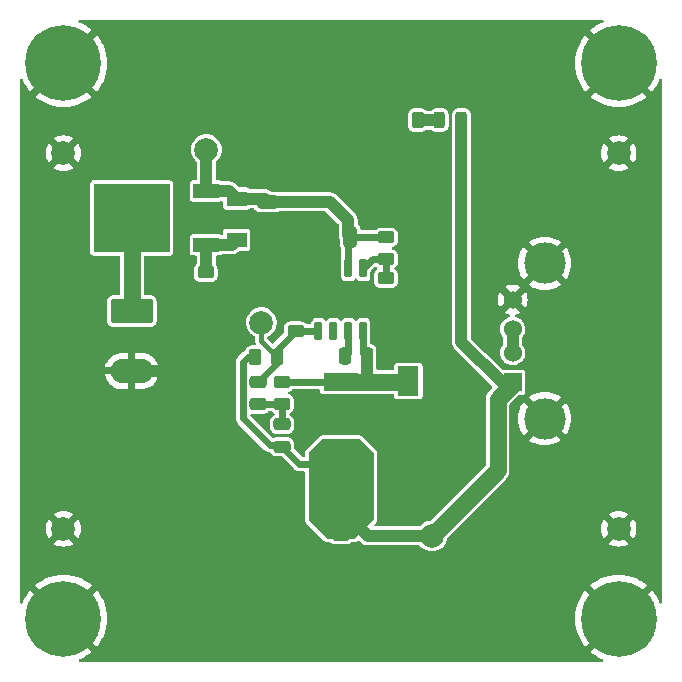
<source format=gtl>
%TF.GenerationSoftware,KiCad,Pcbnew,(6.0.5)*%
%TF.CreationDate,2025-05-25T15:44:49+02:00*%
%TF.ProjectId,HT1015A_Dev,48543130-3135-4415-9f44-65762e6b6963,rev?*%
%TF.SameCoordinates,Original*%
%TF.FileFunction,Copper,L1,Top*%
%TF.FilePolarity,Positive*%
%FSLAX46Y46*%
G04 Gerber Fmt 4.6, Leading zero omitted, Abs format (unit mm)*
G04 Created by KiCad (PCBNEW (6.0.5)) date 2025-05-25 15:44:49*
%MOMM*%
%LPD*%
G01*
G04 APERTURE LIST*
G04 Aperture macros list*
%AMRoundRect*
0 Rectangle with rounded corners*
0 $1 Rounding radius*
0 $2 $3 $4 $5 $6 $7 $8 $9 X,Y pos of 4 corners*
0 Add a 4 corners polygon primitive as box body*
4,1,4,$2,$3,$4,$5,$6,$7,$8,$9,$2,$3,0*
0 Add four circle primitives for the rounded corners*
1,1,$1+$1,$2,$3*
1,1,$1+$1,$4,$5*
1,1,$1+$1,$6,$7*
1,1,$1+$1,$8,$9*
0 Add four rect primitives between the rounded corners*
20,1,$1+$1,$2,$3,$4,$5,0*
20,1,$1+$1,$4,$5,$6,$7,0*
20,1,$1+$1,$6,$7,$8,$9,0*
20,1,$1+$1,$8,$9,$2,$3,0*%
G04 Aperture macros list end*
%TA.AperFunction,ComponentPad*%
%ADD10C,2.000000*%
%TD*%
%TA.AperFunction,SMDPad,CuDef*%
%ADD11RoundRect,0.243750X-0.243750X-0.456250X0.243750X-0.456250X0.243750X0.456250X-0.243750X0.456250X0*%
%TD*%
%TA.AperFunction,SMDPad,CuDef*%
%ADD12RoundRect,0.250000X0.325000X0.650000X-0.325000X0.650000X-0.325000X-0.650000X0.325000X-0.650000X0*%
%TD*%
%TA.AperFunction,SMDPad,CuDef*%
%ADD13RoundRect,0.250000X-0.450000X0.262500X-0.450000X-0.262500X0.450000X-0.262500X0.450000X0.262500X0*%
%TD*%
%TA.AperFunction,SMDPad,CuDef*%
%ADD14RoundRect,0.250000X-0.250000X-0.475000X0.250000X-0.475000X0.250000X0.475000X-0.250000X0.475000X0*%
%TD*%
%TA.AperFunction,SMDPad,CuDef*%
%ADD15RoundRect,0.250000X-0.475000X0.250000X-0.475000X-0.250000X0.475000X-0.250000X0.475000X0.250000X0*%
%TD*%
%TA.AperFunction,SMDPad,CuDef*%
%ADD16RoundRect,0.250000X-0.325000X-0.650000X0.325000X-0.650000X0.325000X0.650000X-0.325000X0.650000X0*%
%TD*%
%TA.AperFunction,ComponentPad*%
%ADD17C,6.400000*%
%TD*%
%TA.AperFunction,SMDPad,CuDef*%
%ADD18R,1.800000X2.500000*%
%TD*%
%TA.AperFunction,ComponentPad*%
%ADD19R,1.524000X1.524000*%
%TD*%
%TA.AperFunction,ComponentPad*%
%ADD20C,1.524000*%
%TD*%
%TA.AperFunction,ComponentPad*%
%ADD21C,3.500000*%
%TD*%
%TA.AperFunction,SMDPad,CuDef*%
%ADD22RoundRect,0.250000X0.262500X0.450000X-0.262500X0.450000X-0.262500X-0.450000X0.262500X-0.450000X0*%
%TD*%
%TA.AperFunction,SMDPad,CuDef*%
%ADD23RoundRect,0.250000X-0.262500X-0.450000X0.262500X-0.450000X0.262500X0.450000X-0.262500X0.450000X0*%
%TD*%
%TA.AperFunction,SMDPad,CuDef*%
%ADD24R,3.000000X1.500000*%
%TD*%
%TA.AperFunction,SMDPad,CuDef*%
%ADD25RoundRect,0.250000X0.650000X-0.325000X0.650000X0.325000X-0.650000X0.325000X-0.650000X-0.325000X0*%
%TD*%
%TA.AperFunction,SMDPad,CuDef*%
%ADD26RoundRect,0.150000X-0.150000X0.650000X-0.150000X-0.650000X0.150000X-0.650000X0.150000X0.650000X0*%
%TD*%
%TA.AperFunction,ComponentPad*%
%ADD27C,0.500000*%
%TD*%
%TA.AperFunction,SMDPad,CuDef*%
%ADD28R,3.100000X2.410000*%
%TD*%
%TA.AperFunction,ComponentPad*%
%ADD29RoundRect,0.249999X-1.550001X0.790001X-1.550001X-0.790001X1.550001X-0.790001X1.550001X0.790001X0*%
%TD*%
%TA.AperFunction,ComponentPad*%
%ADD30O,3.600000X2.080000*%
%TD*%
%TA.AperFunction,SMDPad,CuDef*%
%ADD31R,2.200000X1.200000*%
%TD*%
%TA.AperFunction,SMDPad,CuDef*%
%ADD32R,6.400000X5.800000*%
%TD*%
%TA.AperFunction,SMDPad,CuDef*%
%ADD33R,1.700000X1.300000*%
%TD*%
%TA.AperFunction,ViaPad*%
%ADD34C,0.760000*%
%TD*%
%TA.AperFunction,Conductor*%
%ADD35C,1.000000*%
%TD*%
%TA.AperFunction,Conductor*%
%ADD36C,0.600000*%
%TD*%
%TA.AperFunction,Conductor*%
%ADD37C,1.400000*%
%TD*%
%TA.AperFunction,Conductor*%
%ADD38C,0.400000*%
%TD*%
G04 APERTURE END LIST*
D10*
%TO.P,TP2,1,1*%
%TO.N,GND*%
X125000000Y-74600000D03*
%TD*%
D11*
%TO.P,D3,1,K*%
%TO.N,Net-(D3-Pad1)*%
X156812500Y-71800000D03*
%TO.P,D3,2,A*%
%TO.N,+5V*%
X158687500Y-71800000D03*
%TD*%
D12*
%TO.P,C9,1*%
%TO.N,GND*%
X152725000Y-104850000D03*
%TO.P,C9,2*%
%TO.N,+5V*%
X149775000Y-104850000D03*
%TD*%
D10*
%TO.P,TP1,1,1*%
%TO.N,/VM*%
X137100000Y-74300000D03*
%TD*%
D13*
%TO.P,R6,1*%
%TO.N,GND*%
X144650000Y-87837500D03*
%TO.P,R6,2*%
%TO.N,Net-(C4-Pad1)*%
X144650000Y-89662500D03*
%TD*%
D14*
%TO.P,C3,1*%
%TO.N,Net-(C3-Pad1)*%
X148800000Y-91800000D03*
%TO.P,C3,2*%
%TO.N,Net-(C3-Pad2)*%
X150700000Y-91800000D03*
%TD*%
D15*
%TO.P,C5,1*%
%TO.N,Net-(C4-Pad2)*%
X143500000Y-97550000D03*
%TO.P,C5,2*%
%TO.N,+5V*%
X143500000Y-99450000D03*
%TD*%
D13*
%TO.P,R4,1*%
%TO.N,Net-(C3-Pad2)*%
X143500000Y-93987500D03*
%TO.P,R4,2*%
%TO.N,Net-(C4-Pad2)*%
X143500000Y-95812500D03*
%TD*%
D16*
%TO.P,C8,1*%
%TO.N,GND*%
X144275000Y-104850000D03*
%TO.P,C8,2*%
%TO.N,+5V*%
X147225000Y-104850000D03*
%TD*%
D10*
%TO.P,TP5,1,1*%
%TO.N,GND*%
X125000000Y-106400000D03*
%TD*%
D15*
%TO.P,C10,1*%
%TO.N,+5V*%
X148500000Y-106900000D03*
%TO.P,C10,2*%
%TO.N,GND*%
X148500000Y-108800000D03*
%TD*%
D17*
%TO.P,H1,1,1*%
%TO.N,GND*%
X125000000Y-67000000D03*
%TD*%
%TO.P,H3,1,1*%
%TO.N,GND*%
X125000000Y-114000000D03*
%TD*%
D10*
%TO.P,TP4,1,1*%
%TO.N,Net-(C4-Pad1)*%
X141750000Y-88950000D03*
%TD*%
D13*
%TO.P,R1,1*%
%TO.N,Net-(D1-Pad2)*%
X137050000Y-84687500D03*
%TO.P,R1,2*%
%TO.N,GND*%
X137050000Y-86512500D03*
%TD*%
D10*
%TO.P,TP3,1,1*%
%TO.N,GND*%
X172000000Y-74600000D03*
%TD*%
D18*
%TO.P,D2,1,K*%
%TO.N,Net-(C3-Pad2)*%
X154200000Y-93900000D03*
%TO.P,D2,2,A*%
%TO.N,GND*%
X154200000Y-89900000D03*
%TD*%
D19*
%TO.P,J2,1,VBUS*%
%TO.N,+5V*%
X163030000Y-94000000D03*
D20*
%TO.P,J2,2,D-*%
%TO.N,Net-(J2-Pad2)*%
X163030000Y-91500000D03*
%TO.P,J2,3,D+*%
X163030000Y-89500000D03*
%TO.P,J2,4,GND*%
%TO.N,GND*%
X163030000Y-87000000D03*
D21*
%TO.P,J2,5,Shield*%
X165740000Y-97070000D03*
X165740000Y-83930000D03*
%TD*%
D13*
%TO.P,R2,1*%
%TO.N,/VM*%
X152300000Y-81737500D03*
%TO.P,R2,2*%
%TO.N,Net-(R2-Pad2)*%
X152300000Y-83562500D03*
%TD*%
%TO.P,R3,1*%
%TO.N,Net-(R2-Pad2)*%
X152300000Y-85187500D03*
%TO.P,R3,2*%
%TO.N,GND*%
X152300000Y-87012500D03*
%TD*%
D10*
%TO.P,TP7,1,1*%
%TO.N,+5V*%
X156200000Y-107000000D03*
%TD*%
D16*
%TO.P,C1,1*%
%TO.N,GND*%
X146325000Y-81700000D03*
%TO.P,C1,2*%
%TO.N,/VM*%
X149275000Y-81700000D03*
%TD*%
%TO.P,C6,1*%
%TO.N,GND*%
X144275000Y-102350000D03*
%TO.P,C6,2*%
%TO.N,+5V*%
X147225000Y-102350000D03*
%TD*%
D22*
%TO.P,R5,1*%
%TO.N,Net-(C4-Pad1)*%
X143062500Y-91850000D03*
%TO.P,R5,2*%
%TO.N,+5V*%
X141237500Y-91850000D03*
%TD*%
D15*
%TO.P,C4,1*%
%TO.N,Net-(C4-Pad1)*%
X141450000Y-93950000D03*
%TO.P,C4,2*%
%TO.N,Net-(C4-Pad2)*%
X141450000Y-95850000D03*
%TD*%
D23*
%TO.P,R7,1*%
%TO.N,GND*%
X153150000Y-71800000D03*
%TO.P,R7,2*%
%TO.N,Net-(D3-Pad1)*%
X154975000Y-71800000D03*
%TD*%
D17*
%TO.P,H4,1,1*%
%TO.N,GND*%
X172000000Y-114000000D03*
%TD*%
%TO.P,H2,1,1*%
%TO.N,GND*%
X172000000Y-67000000D03*
%TD*%
D24*
%TO.P,L1,1,1*%
%TO.N,Net-(C3-Pad2)*%
X148500000Y-93950000D03*
%TO.P,L1,2,2*%
%TO.N,+5V*%
X148500000Y-99650000D03*
%TD*%
D25*
%TO.P,C2,1*%
%TO.N,GND*%
X142300000Y-81675000D03*
%TO.P,C2,2*%
%TO.N,/VM*%
X142300000Y-78725000D03*
%TD*%
D26*
%TO.P,U1,1,EN*%
%TO.N,Net-(R2-Pad2)*%
X150380000Y-84350000D03*
%TO.P,U1,2,VIN*%
%TO.N,/VM*%
X149110000Y-84350000D03*
%TO.P,U1,3,GND*%
%TO.N,GND*%
X147840000Y-84350000D03*
%TO.P,U1,4,GND*%
X146570000Y-84350000D03*
%TO.P,U1,5,FB*%
%TO.N,Net-(C4-Pad1)*%
X146570000Y-89650000D03*
%TO.P,U1,6,NC*%
%TO.N,unconnected-(U1-Pad6)*%
X147840000Y-89650000D03*
%TO.P,U1,7,BOOT*%
%TO.N,Net-(C3-Pad1)*%
X149110000Y-89650000D03*
%TO.P,U1,8,SW*%
%TO.N,Net-(C3-Pad2)*%
X150380000Y-89650000D03*
D27*
%TO.P,U1,9,EP*%
%TO.N,GND*%
X148475000Y-86045000D03*
X147175000Y-86045000D03*
X148475000Y-87955000D03*
X147175000Y-87955000D03*
D28*
X148475000Y-87000000D03*
D27*
X149775000Y-87955000D03*
X149775000Y-86045000D03*
%TD*%
D29*
%TO.P,J1,1,Pin_1*%
%TO.N,Net-(J1-Pad1)*%
X130780000Y-87960000D03*
D30*
%TO.P,J1,2,Pin_2*%
%TO.N,GND*%
X130780000Y-93040000D03*
%TD*%
D31*
%TO.P,Q1,1,G*%
%TO.N,Net-(D1-Pad2)*%
X137075000Y-82355000D03*
D32*
%TO.P,Q1,2,D*%
%TO.N,Net-(J1-Pad1)*%
X130775000Y-80075000D03*
D31*
%TO.P,Q1,3,S*%
%TO.N,/VM*%
X137075000Y-77795000D03*
%TD*%
D10*
%TO.P,TP6,1,1*%
%TO.N,GND*%
X172000000Y-106400000D03*
%TD*%
D12*
%TO.P,C7,1*%
%TO.N,GND*%
X152725000Y-102350000D03*
%TO.P,C7,2*%
%TO.N,+5V*%
X149775000Y-102350000D03*
%TD*%
D33*
%TO.P,D1,1,K*%
%TO.N,/VM*%
X139650000Y-78450000D03*
%TO.P,D1,2,A*%
%TO.N,Net-(D1-Pad2)*%
X139650000Y-81950000D03*
%TD*%
D34*
%TO.N,GND*%
X137050000Y-87740000D03*
X151900000Y-71800000D03*
X144639000Y-81675000D03*
X155200000Y-102350000D03*
X155200000Y-104850000D03*
X141900000Y-104850000D03*
X154100000Y-104850000D03*
X148500000Y-110050000D03*
X144780000Y-86614000D03*
X154100000Y-102350000D03*
X145250000Y-84200000D03*
X151892000Y-88138000D03*
X154178000Y-88138000D03*
X142950000Y-104850000D03*
X152146000Y-89916000D03*
X141900000Y-102350000D03*
X142950000Y-102350000D03*
%TD*%
D35*
%TO.N,GND*%
X152725000Y-102350000D02*
X154100000Y-102350000D01*
X142300000Y-81675000D02*
X144639000Y-81675000D01*
X154100000Y-104850000D02*
X155200000Y-104850000D01*
D36*
X154200000Y-89900000D02*
X152162000Y-89900000D01*
X144650000Y-86744000D02*
X144780000Y-86614000D01*
X147840000Y-83215000D02*
X146325000Y-81700000D01*
X154200000Y-89900000D02*
X154200000Y-88160000D01*
X152300000Y-87012500D02*
X152300000Y-87730000D01*
D35*
X144275000Y-102350000D02*
X142950000Y-102350000D01*
X153150000Y-71800000D02*
X151900000Y-71800000D01*
D36*
X152300000Y-87730000D02*
X151892000Y-88138000D01*
D35*
X133782000Y-93040000D02*
X130780000Y-93040000D01*
D36*
X154200000Y-88160000D02*
X154178000Y-88138000D01*
D35*
X148500000Y-108800000D02*
X148500000Y-110050000D01*
X144639000Y-81675000D02*
X146300000Y-81675000D01*
X142950000Y-102350000D02*
X141900000Y-102350000D01*
D36*
X147840000Y-84350000D02*
X147840000Y-83215000D01*
D35*
X146300000Y-81675000D02*
X146325000Y-81700000D01*
D36*
X144650000Y-87837500D02*
X144650000Y-86744000D01*
D35*
X144275000Y-104850000D02*
X142950000Y-104850000D01*
X152725000Y-104850000D02*
X154100000Y-104850000D01*
D36*
X146570000Y-81945000D02*
X146325000Y-81700000D01*
X152162000Y-89900000D02*
X152146000Y-89916000D01*
X146570000Y-84350000D02*
X146570000Y-81945000D01*
D35*
X137050000Y-86512500D02*
X137050000Y-87740000D01*
X142950000Y-104850000D02*
X141900000Y-104850000D01*
X137050000Y-89772000D02*
X133782000Y-93040000D01*
X137050000Y-87740000D02*
X137050000Y-89772000D01*
X154100000Y-102350000D02*
X155200000Y-102350000D01*
D36*
%TO.N,/VM*%
X152300000Y-81737500D02*
X149312500Y-81737500D01*
D35*
X137075000Y-74325000D02*
X137100000Y-74300000D01*
X149098000Y-81523000D02*
X149275000Y-81700000D01*
X142300000Y-78725000D02*
X147559000Y-78725000D01*
X139650000Y-78450000D02*
X142025000Y-78450000D01*
X137075000Y-77795000D02*
X138995000Y-77795000D01*
X147559000Y-78725000D02*
X149098000Y-80264000D01*
X142025000Y-78450000D02*
X142300000Y-78725000D01*
X137075000Y-77795000D02*
X137075000Y-74325000D01*
X149098000Y-80264000D02*
X149098000Y-81523000D01*
D36*
X149110000Y-81865000D02*
X149275000Y-81700000D01*
D35*
X138995000Y-77795000D02*
X139650000Y-78450000D01*
D36*
X149110000Y-84350000D02*
X149110000Y-81865000D01*
X149312500Y-81737500D02*
X149275000Y-81700000D01*
%TO.N,Net-(C3-Pad1)*%
X149110000Y-91490000D02*
X148800000Y-91800000D01*
X149110000Y-89650000D02*
X149110000Y-91490000D01*
%TO.N,Net-(C3-Pad2)*%
X150380000Y-89650000D02*
X150380000Y-91480000D01*
D35*
X150700000Y-91800000D02*
X150700000Y-93950000D01*
D37*
X148500000Y-93950000D02*
X150700000Y-93950000D01*
X150700000Y-93950000D02*
X154150000Y-93950000D01*
D36*
X150380000Y-91480000D02*
X150700000Y-91800000D01*
X148500000Y-93950000D02*
X143537500Y-93950000D01*
D37*
X154150000Y-93950000D02*
X154200000Y-93900000D01*
D36*
X143537500Y-93950000D02*
X143500000Y-93987500D01*
%TO.N,Net-(C4-Pad1)*%
X146570000Y-89650000D02*
X144662500Y-89650000D01*
X143062500Y-92337500D02*
X141450000Y-93950000D01*
X143062500Y-91250000D02*
X144650000Y-89662500D01*
X143062500Y-91850000D02*
X143062500Y-92337500D01*
X144662500Y-89650000D02*
X144650000Y-89662500D01*
D38*
X141750000Y-90537500D02*
X143062500Y-91850000D01*
D36*
X143062500Y-91850000D02*
X143062500Y-91250000D01*
D38*
X141750000Y-88950000D02*
X141750000Y-90537500D01*
D36*
%TO.N,Net-(C4-Pad2)*%
X143500000Y-95812500D02*
X141487500Y-95812500D01*
X143500000Y-95812500D02*
X143500000Y-97550000D01*
X141487500Y-95812500D02*
X141450000Y-95850000D01*
%TO.N,+5V*%
X142450000Y-99300000D02*
X143350000Y-99300000D01*
X140200000Y-97050000D02*
X142450000Y-99300000D01*
D37*
X161750000Y-95450000D02*
X163030000Y-94170000D01*
X163030000Y-94170000D02*
X163030000Y-94000000D01*
D36*
X140600000Y-91850000D02*
X140200000Y-92250000D01*
X140200000Y-92250000D02*
X140200000Y-97050000D01*
X147225000Y-101575000D02*
X147225000Y-102350000D01*
D35*
X162100000Y-94000000D02*
X163030000Y-94000000D01*
X149800000Y-106050000D02*
X149800000Y-104875000D01*
D36*
X141237500Y-91850000D02*
X140600000Y-91850000D01*
D35*
X158687500Y-71800000D02*
X158687500Y-90587500D01*
X150750000Y-107000000D02*
X149800000Y-106050000D01*
D36*
X143350000Y-99300000D02*
X143500000Y-99450000D01*
X146550000Y-100900000D02*
X147225000Y-101575000D01*
X143500000Y-99450000D02*
X144950000Y-100900000D01*
D37*
X156200000Y-107000000D02*
X161750000Y-101450000D01*
D36*
X144950000Y-100900000D02*
X146550000Y-100900000D01*
D37*
X161750000Y-101450000D02*
X161750000Y-95450000D01*
D35*
X156200000Y-107000000D02*
X150750000Y-107000000D01*
X158687500Y-90587500D02*
X162100000Y-94000000D01*
X149800000Y-104875000D02*
X149775000Y-104850000D01*
%TO.N,Net-(D1-Pad2)*%
X137075000Y-84662500D02*
X137050000Y-84687500D01*
X137075000Y-82355000D02*
X139245000Y-82355000D01*
X137075000Y-82355000D02*
X137075000Y-84662500D01*
X139245000Y-82355000D02*
X139650000Y-81950000D01*
%TO.N,Net-(D3-Pad1)*%
X156812500Y-71800000D02*
X154975000Y-71800000D01*
D37*
%TO.N,Net-(J1-Pad1)*%
X130780000Y-87960000D02*
X130780000Y-80080000D01*
X130780000Y-80080000D02*
X130775000Y-80075000D01*
D35*
%TO.N,Net-(J2-Pad2)*%
X163030000Y-89500000D02*
X163030000Y-91500000D01*
D36*
%TO.N,Net-(R2-Pad2)*%
X152300000Y-83562500D02*
X152300000Y-85187500D01*
X152300000Y-83562500D02*
X151167500Y-83562500D01*
X151167500Y-83562500D02*
X150380000Y-84350000D01*
%TD*%
%TA.AperFunction,Conductor*%
%TO.N,GND*%
G36*
X148509500Y-85053834D02*
G01*
X148512481Y-85085369D01*
X148557366Y-85213184D01*
X148562958Y-85220754D01*
X148562959Y-85220757D01*
X148576351Y-85238888D01*
X148637850Y-85322150D01*
X148645421Y-85327742D01*
X148739243Y-85397041D01*
X148739246Y-85397042D01*
X148746816Y-85402634D01*
X148874631Y-85447519D01*
X148882277Y-85448242D01*
X148882278Y-85448242D01*
X148888248Y-85448806D01*
X148906166Y-85450500D01*
X149313834Y-85450500D01*
X149331752Y-85448806D01*
X149337722Y-85448242D01*
X149337723Y-85448242D01*
X149345369Y-85447519D01*
X149473184Y-85402634D01*
X149480754Y-85397042D01*
X149480757Y-85397041D01*
X149574579Y-85327742D01*
X149582150Y-85322150D01*
X149587742Y-85314579D01*
X149587745Y-85314576D01*
X149643649Y-85238888D01*
X149700210Y-85195977D01*
X149770992Y-85190457D01*
X149833521Y-85224081D01*
X149846351Y-85238888D01*
X149902255Y-85314576D01*
X149902258Y-85314579D01*
X149907850Y-85322150D01*
X149915421Y-85327742D01*
X150009243Y-85397041D01*
X150009246Y-85397042D01*
X150016816Y-85402634D01*
X150144631Y-85447519D01*
X150152277Y-85448242D01*
X150152278Y-85448242D01*
X150158248Y-85448806D01*
X150176166Y-85450500D01*
X150583834Y-85450500D01*
X150601752Y-85448806D01*
X150607722Y-85448242D01*
X150607723Y-85448242D01*
X150615369Y-85447519D01*
X150743184Y-85402634D01*
X150750754Y-85397042D01*
X150750757Y-85397041D01*
X150844579Y-85327742D01*
X150852150Y-85322150D01*
X150913649Y-85238888D01*
X150927041Y-85220757D01*
X150927042Y-85220754D01*
X150932634Y-85213184D01*
X150950000Y-85163732D01*
X150950000Y-88836268D01*
X150940615Y-88809543D01*
X150932634Y-88786816D01*
X150927042Y-88779246D01*
X150927041Y-88779243D01*
X150857742Y-88685421D01*
X150852150Y-88677850D01*
X150835206Y-88665335D01*
X150750757Y-88602959D01*
X150750754Y-88602958D01*
X150743184Y-88597366D01*
X150615369Y-88552481D01*
X150607723Y-88551758D01*
X150607722Y-88551758D01*
X150601752Y-88551194D01*
X150583834Y-88549500D01*
X150176166Y-88549500D01*
X150158248Y-88551194D01*
X150152278Y-88551758D01*
X150152277Y-88551758D01*
X150144631Y-88552481D01*
X150016816Y-88597366D01*
X150009246Y-88602958D01*
X150009243Y-88602959D01*
X149924794Y-88665335D01*
X149907850Y-88677850D01*
X149902258Y-88685421D01*
X149902255Y-88685424D01*
X149846351Y-88761112D01*
X149789790Y-88804023D01*
X149719008Y-88809543D01*
X149656479Y-88775919D01*
X149643649Y-88761112D01*
X149587745Y-88685424D01*
X149587742Y-88685421D01*
X149582150Y-88677850D01*
X149565206Y-88665335D01*
X149480757Y-88602959D01*
X149480754Y-88602958D01*
X149473184Y-88597366D01*
X149345369Y-88552481D01*
X149337723Y-88551758D01*
X149337722Y-88551758D01*
X149331752Y-88551194D01*
X149313834Y-88549500D01*
X148906166Y-88549500D01*
X148888248Y-88551194D01*
X148882278Y-88551758D01*
X148882277Y-88551758D01*
X148874631Y-88552481D01*
X148746816Y-88597366D01*
X148739246Y-88602958D01*
X148739243Y-88602959D01*
X148654794Y-88665335D01*
X148637850Y-88677850D01*
X148632258Y-88685421D01*
X148632255Y-88685424D01*
X148576351Y-88761112D01*
X148519790Y-88804023D01*
X148449008Y-88809543D01*
X148386479Y-88775919D01*
X148373649Y-88761112D01*
X148317745Y-88685424D01*
X148317742Y-88685421D01*
X148312150Y-88677850D01*
X148295206Y-88665335D01*
X148210757Y-88602959D01*
X148210754Y-88602958D01*
X148203184Y-88597366D01*
X148075369Y-88552481D01*
X148067723Y-88551758D01*
X148067722Y-88551758D01*
X148061752Y-88551194D01*
X148043834Y-88549500D01*
X147636166Y-88549500D01*
X147618248Y-88551194D01*
X147612278Y-88551758D01*
X147612277Y-88551758D01*
X147604631Y-88552481D01*
X147476816Y-88597366D01*
X147469246Y-88602958D01*
X147469243Y-88602959D01*
X147384794Y-88665335D01*
X147367850Y-88677850D01*
X147362258Y-88685421D01*
X147362255Y-88685424D01*
X147306351Y-88761112D01*
X147249790Y-88804023D01*
X147179008Y-88809543D01*
X147116479Y-88775919D01*
X147103649Y-88761112D01*
X147047745Y-88685424D01*
X147047742Y-88685421D01*
X147042150Y-88677850D01*
X147025206Y-88665335D01*
X146940757Y-88602959D01*
X146940754Y-88602958D01*
X146933184Y-88597366D01*
X146805369Y-88552481D01*
X146797723Y-88551758D01*
X146797722Y-88551758D01*
X146791752Y-88551194D01*
X146773834Y-88549500D01*
X146366166Y-88549500D01*
X146348248Y-88551194D01*
X146342278Y-88551758D01*
X146342277Y-88551758D01*
X146334631Y-88552481D01*
X146206816Y-88597366D01*
X146199246Y-88602958D01*
X146199243Y-88602959D01*
X146114794Y-88665335D01*
X146097850Y-88677850D01*
X146092258Y-88685421D01*
X146022959Y-88779243D01*
X146022958Y-88779246D01*
X146017366Y-88786816D01*
X145972481Y-88914631D01*
X145969500Y-88946166D01*
X145969500Y-89000000D01*
X145950000Y-89000000D01*
X145950000Y-85000000D01*
X148509500Y-85000000D01*
X148509500Y-85053834D01*
G37*
%TD.AperFunction*%
%TD*%
%TA.AperFunction,Conductor*%
%TO.N,GND*%
G36*
X170678905Y-63320502D02*
G01*
X170725398Y-63374158D01*
X170735502Y-63444432D01*
X170706008Y-63509012D01*
X170655938Y-63544131D01*
X170492836Y-63606740D01*
X170486811Y-63609422D01*
X170146397Y-63782872D01*
X170140687Y-63786169D01*
X169820268Y-63994251D01*
X169814938Y-63998123D01*
X169612111Y-64162369D01*
X169603645Y-64174624D01*
X169609979Y-64185715D01*
X174813419Y-69389155D01*
X174826495Y-69396295D01*
X174836863Y-69388837D01*
X175001877Y-69185062D01*
X175005749Y-69179732D01*
X175213831Y-68859313D01*
X175217128Y-68853603D01*
X175390578Y-68513189D01*
X175393260Y-68507164D01*
X175455869Y-68344062D01*
X175498955Y-68287634D01*
X175565708Y-68263457D01*
X175634935Y-68279208D01*
X175684657Y-68329886D01*
X175699500Y-68389216D01*
X175699500Y-112610784D01*
X175679498Y-112678905D01*
X175625842Y-112725398D01*
X175555568Y-112735502D01*
X175490988Y-112706008D01*
X175455869Y-112655938D01*
X175393260Y-112492836D01*
X175390578Y-112486811D01*
X175217128Y-112146397D01*
X175213831Y-112140687D01*
X175005749Y-111820268D01*
X175001877Y-111814938D01*
X174837631Y-111612111D01*
X174825376Y-111603645D01*
X174814285Y-111609979D01*
X169610845Y-116813419D01*
X169603705Y-116826495D01*
X169611163Y-116836863D01*
X169814943Y-117001880D01*
X169820265Y-117005747D01*
X170140685Y-117213830D01*
X170146394Y-117217127D01*
X170486811Y-117390578D01*
X170492836Y-117393260D01*
X170655938Y-117455869D01*
X170712366Y-117498955D01*
X170736543Y-117565708D01*
X170720792Y-117634935D01*
X170670114Y-117684657D01*
X170610784Y-117699500D01*
X126389216Y-117699500D01*
X126321095Y-117679498D01*
X126274602Y-117625842D01*
X126264498Y-117555568D01*
X126293992Y-117490988D01*
X126344062Y-117455869D01*
X126507164Y-117393260D01*
X126513189Y-117390578D01*
X126853606Y-117217127D01*
X126859315Y-117213830D01*
X127179735Y-117005747D01*
X127185057Y-117001880D01*
X127387889Y-116837631D01*
X127396355Y-116825376D01*
X127390021Y-116814285D01*
X124576868Y-114001132D01*
X125429462Y-114001132D01*
X125429593Y-114002965D01*
X125433844Y-114009580D01*
X127813419Y-116389155D01*
X127826495Y-116396295D01*
X127836863Y-116388837D01*
X128001877Y-116185062D01*
X128005749Y-116179732D01*
X128213831Y-115859313D01*
X128217128Y-115853603D01*
X128390578Y-115513189D01*
X128393260Y-115507164D01*
X128530171Y-115150498D01*
X128532212Y-115144216D01*
X128631094Y-114775184D01*
X128632465Y-114768734D01*
X128692234Y-114391371D01*
X128692920Y-114384833D01*
X128712916Y-114003301D01*
X168287084Y-114003301D01*
X168307080Y-114384833D01*
X168307766Y-114391371D01*
X168367535Y-114768734D01*
X168368906Y-114775184D01*
X168467788Y-115144216D01*
X168469829Y-115150498D01*
X168606740Y-115507164D01*
X168609422Y-115513189D01*
X168782872Y-115853603D01*
X168786169Y-115859313D01*
X168994251Y-116179732D01*
X168998123Y-116185062D01*
X169162369Y-116387889D01*
X169174624Y-116396355D01*
X169185715Y-116390021D01*
X171562924Y-114012812D01*
X171570538Y-113998868D01*
X171570407Y-113997035D01*
X171566156Y-113990420D01*
X169186581Y-111610845D01*
X169173505Y-111603705D01*
X169163137Y-111611163D01*
X168998123Y-111814938D01*
X168994251Y-111820268D01*
X168786169Y-112140687D01*
X168782872Y-112146397D01*
X168609422Y-112486811D01*
X168606740Y-112492836D01*
X168469829Y-112849502D01*
X168467788Y-112855784D01*
X168368906Y-113224816D01*
X168367535Y-113231266D01*
X168307766Y-113608629D01*
X168307080Y-113615167D01*
X168287084Y-113996699D01*
X168287084Y-114003301D01*
X128712916Y-114003301D01*
X128712916Y-113996699D01*
X128692920Y-113615167D01*
X128692234Y-113608629D01*
X128632465Y-113231266D01*
X128631094Y-113224816D01*
X128532212Y-112855784D01*
X128530171Y-112849502D01*
X128393260Y-112492836D01*
X128390578Y-112486811D01*
X128217128Y-112146397D01*
X128213831Y-112140687D01*
X128005749Y-111820268D01*
X128001877Y-111814938D01*
X127837631Y-111612111D01*
X127825376Y-111603645D01*
X127814285Y-111609979D01*
X125437076Y-113987188D01*
X125429462Y-114001132D01*
X124576868Y-114001132D01*
X122186581Y-111610845D01*
X122173505Y-111603705D01*
X122163137Y-111611163D01*
X121998123Y-111814938D01*
X121994251Y-111820268D01*
X121786169Y-112140687D01*
X121782872Y-112146397D01*
X121609422Y-112486811D01*
X121606740Y-112492836D01*
X121544131Y-112655938D01*
X121501045Y-112712366D01*
X121434292Y-112736543D01*
X121365065Y-112720792D01*
X121315343Y-112670114D01*
X121300500Y-112610784D01*
X121300500Y-111174624D01*
X122603645Y-111174624D01*
X122609979Y-111185715D01*
X124987188Y-113562924D01*
X125001132Y-113570538D01*
X125002965Y-113570407D01*
X125009580Y-113566156D01*
X127389155Y-111186581D01*
X127395684Y-111174624D01*
X169603645Y-111174624D01*
X169609979Y-111185715D01*
X171987188Y-113562924D01*
X172001132Y-113570538D01*
X172002965Y-113570407D01*
X172009580Y-113566156D01*
X174389155Y-111186581D01*
X174396295Y-111173505D01*
X174388837Y-111163137D01*
X174185057Y-110998120D01*
X174179735Y-110994253D01*
X173859315Y-110786170D01*
X173853606Y-110782873D01*
X173513189Y-110609422D01*
X173507164Y-110606740D01*
X173150498Y-110469829D01*
X173144216Y-110467788D01*
X172775184Y-110368906D01*
X172768734Y-110367535D01*
X172391371Y-110307766D01*
X172384833Y-110307080D01*
X172003301Y-110287084D01*
X171996699Y-110287084D01*
X171615167Y-110307080D01*
X171608629Y-110307766D01*
X171231266Y-110367535D01*
X171224816Y-110368906D01*
X170855784Y-110467788D01*
X170849502Y-110469829D01*
X170492836Y-110606740D01*
X170486811Y-110609422D01*
X170146397Y-110782872D01*
X170140687Y-110786169D01*
X169820268Y-110994251D01*
X169814938Y-110998123D01*
X169612111Y-111162369D01*
X169603645Y-111174624D01*
X127395684Y-111174624D01*
X127396295Y-111173505D01*
X127388837Y-111163137D01*
X127185057Y-110998120D01*
X127179735Y-110994253D01*
X126859315Y-110786170D01*
X126853606Y-110782873D01*
X126513189Y-110609422D01*
X126507164Y-110606740D01*
X126150498Y-110469829D01*
X126144216Y-110467788D01*
X125775184Y-110368906D01*
X125768734Y-110367535D01*
X125391371Y-110307766D01*
X125384833Y-110307080D01*
X125003301Y-110287084D01*
X124996699Y-110287084D01*
X124615167Y-110307080D01*
X124608629Y-110307766D01*
X124231266Y-110367535D01*
X124224816Y-110368906D01*
X123855784Y-110467788D01*
X123849502Y-110469829D01*
X123492836Y-110606740D01*
X123486811Y-110609422D01*
X123146397Y-110782872D01*
X123140687Y-110786169D01*
X122820268Y-110994251D01*
X122814938Y-110998123D01*
X122612111Y-111162369D01*
X122603645Y-111174624D01*
X121300500Y-111174624D01*
X121300500Y-107657388D01*
X124172496Y-107657388D01*
X124178223Y-107665038D01*
X124309042Y-107745205D01*
X124317837Y-107749687D01*
X124527988Y-107836734D01*
X124537373Y-107839783D01*
X124758554Y-107892885D01*
X124768301Y-107894428D01*
X124995070Y-107912275D01*
X125004930Y-107912275D01*
X125231699Y-107894428D01*
X125241446Y-107892885D01*
X125462627Y-107839783D01*
X125472012Y-107836734D01*
X125682163Y-107749687D01*
X125690958Y-107745205D01*
X125818110Y-107667285D01*
X125827570Y-107656829D01*
X125823786Y-107648050D01*
X125012812Y-106837076D01*
X124998868Y-106829462D01*
X124997035Y-106829593D01*
X124990420Y-106833844D01*
X124179256Y-107645008D01*
X124172496Y-107657388D01*
X121300500Y-107657388D01*
X121300500Y-106404930D01*
X123487725Y-106404930D01*
X123505572Y-106631699D01*
X123507115Y-106641446D01*
X123560217Y-106862627D01*
X123563266Y-106872012D01*
X123650313Y-107082163D01*
X123654795Y-107090958D01*
X123732715Y-107218110D01*
X123743171Y-107227570D01*
X123751950Y-107223786D01*
X124562924Y-106412812D01*
X124569302Y-106401132D01*
X125429462Y-106401132D01*
X125429593Y-106402965D01*
X125433844Y-106409580D01*
X126245008Y-107220744D01*
X126257388Y-107227504D01*
X126265038Y-107221777D01*
X126345205Y-107090958D01*
X126349687Y-107082163D01*
X126436734Y-106872012D01*
X126439783Y-106862627D01*
X126492885Y-106641446D01*
X126494428Y-106631699D01*
X126512275Y-106404930D01*
X126512275Y-106395070D01*
X126494428Y-106168301D01*
X126492885Y-106158554D01*
X126439783Y-105937373D01*
X126436734Y-105927988D01*
X126349687Y-105717837D01*
X126345205Y-105709042D01*
X126267285Y-105581890D01*
X126256829Y-105572430D01*
X126248050Y-105576214D01*
X125437076Y-106387188D01*
X125429462Y-106401132D01*
X124569302Y-106401132D01*
X124570538Y-106398868D01*
X124570407Y-106397035D01*
X124566156Y-106390420D01*
X123754992Y-105579256D01*
X123742612Y-105572496D01*
X123734962Y-105578223D01*
X123654795Y-105709042D01*
X123650313Y-105717837D01*
X123563266Y-105927988D01*
X123560217Y-105937373D01*
X123507115Y-106158554D01*
X123505572Y-106168301D01*
X123487725Y-106395070D01*
X123487725Y-106404930D01*
X121300500Y-106404930D01*
X121300500Y-105143171D01*
X124172430Y-105143171D01*
X124176214Y-105151950D01*
X124987188Y-105962924D01*
X125001132Y-105970538D01*
X125002965Y-105970407D01*
X125009580Y-105966156D01*
X125820744Y-105154992D01*
X125827504Y-105142612D01*
X125821777Y-105134962D01*
X125690958Y-105054795D01*
X125682163Y-105050313D01*
X125472012Y-104963266D01*
X125462627Y-104960217D01*
X125241446Y-104907115D01*
X125231699Y-104905572D01*
X125004930Y-104887725D01*
X124995070Y-104887725D01*
X124768301Y-104905572D01*
X124758554Y-104907115D01*
X124537373Y-104960217D01*
X124527988Y-104963266D01*
X124317837Y-105050313D01*
X124309042Y-105054795D01*
X124181890Y-105132715D01*
X124172430Y-105143171D01*
X121300500Y-105143171D01*
X121300500Y-93351242D01*
X128499254Y-93351242D01*
X128562989Y-93576476D01*
X128566503Y-93585927D01*
X128667506Y-93802528D01*
X128672485Y-93811292D01*
X128806814Y-94008951D01*
X128813138Y-94016815D01*
X128977336Y-94190451D01*
X128984843Y-94197210D01*
X129174688Y-94342357D01*
X129183167Y-94347821D01*
X129393783Y-94460752D01*
X129403029Y-94464792D01*
X129628987Y-94542596D01*
X129638768Y-94545107D01*
X129875334Y-94585969D01*
X129883206Y-94586824D01*
X129907685Y-94587936D01*
X129910518Y-94588000D01*
X130461885Y-94588000D01*
X130477124Y-94583525D01*
X130478329Y-94582135D01*
X130480000Y-94574452D01*
X130480000Y-94569885D01*
X131080000Y-94569885D01*
X131084475Y-94585124D01*
X131085865Y-94586329D01*
X131093548Y-94588000D01*
X131600072Y-94588000D01*
X131605104Y-94587798D01*
X131783259Y-94573464D01*
X131793212Y-94571852D01*
X132025300Y-94514846D01*
X132034870Y-94511663D01*
X132254860Y-94418282D01*
X132263799Y-94413608D01*
X132466024Y-94286261D01*
X132474099Y-94280220D01*
X132653368Y-94122173D01*
X132660371Y-94114921D01*
X132812062Y-93930250D01*
X132817818Y-93921967D01*
X132938031Y-93715421D01*
X132942393Y-93706316D01*
X133028034Y-93483215D01*
X133030885Y-93473526D01*
X133055075Y-93357736D01*
X133053952Y-93343675D01*
X133043844Y-93340000D01*
X131098115Y-93340000D01*
X131082876Y-93344475D01*
X131081671Y-93345865D01*
X131080000Y-93353548D01*
X131080000Y-94569885D01*
X130480000Y-94569885D01*
X130480000Y-93358115D01*
X130475525Y-93342876D01*
X130474135Y-93341671D01*
X130466452Y-93340000D01*
X128514465Y-93340000D01*
X128500377Y-93344137D01*
X128499254Y-93351242D01*
X121300500Y-93351242D01*
X121300500Y-92722264D01*
X128504925Y-92722264D01*
X128506048Y-92736325D01*
X128516156Y-92740000D01*
X130461885Y-92740000D01*
X130477124Y-92735525D01*
X130478329Y-92734135D01*
X130480000Y-92726452D01*
X130480000Y-92721885D01*
X131080000Y-92721885D01*
X131084475Y-92737124D01*
X131085865Y-92738329D01*
X131093548Y-92740000D01*
X133045535Y-92740000D01*
X133059623Y-92735863D01*
X133060746Y-92728758D01*
X132997011Y-92503524D01*
X132993497Y-92494073D01*
X132892494Y-92277472D01*
X132887515Y-92268708D01*
X132753186Y-92071049D01*
X132746862Y-92063185D01*
X132582664Y-91889549D01*
X132575157Y-91882790D01*
X132385312Y-91737643D01*
X132376833Y-91732179D01*
X132166217Y-91619248D01*
X132156971Y-91615208D01*
X131931013Y-91537404D01*
X131921232Y-91534893D01*
X131684666Y-91494031D01*
X131676794Y-91493176D01*
X131652315Y-91492064D01*
X131649482Y-91492000D01*
X131098115Y-91492000D01*
X131082876Y-91496475D01*
X131081671Y-91497865D01*
X131080000Y-91505548D01*
X131080000Y-92721885D01*
X130480000Y-92721885D01*
X130480000Y-91510115D01*
X130475525Y-91494876D01*
X130474135Y-91493671D01*
X130466452Y-91492000D01*
X129959928Y-91492000D01*
X129954896Y-91492202D01*
X129776741Y-91506536D01*
X129766788Y-91508148D01*
X129534700Y-91565154D01*
X129525130Y-91568337D01*
X129305140Y-91661718D01*
X129296201Y-91666392D01*
X129093976Y-91793739D01*
X129085901Y-91799780D01*
X128906632Y-91957827D01*
X128899629Y-91965079D01*
X128747938Y-92149750D01*
X128742182Y-92158033D01*
X128621969Y-92364579D01*
X128617607Y-92373684D01*
X128531966Y-92596785D01*
X128529115Y-92606474D01*
X128504925Y-92722264D01*
X121300500Y-92722264D01*
X121300500Y-83019646D01*
X127274500Y-83019646D01*
X127277618Y-83045846D01*
X127281456Y-83054486D01*
X127281456Y-83054487D01*
X127318140Y-83137074D01*
X127323061Y-83148153D01*
X127331294Y-83156372D01*
X127331295Y-83156373D01*
X127346511Y-83171562D01*
X127402287Y-83227241D01*
X127412924Y-83231944D01*
X127412926Y-83231945D01*
X127465209Y-83255059D01*
X127504673Y-83272506D01*
X127530354Y-83275500D01*
X129653500Y-83275500D01*
X129721621Y-83295502D01*
X129768114Y-83349158D01*
X129779500Y-83401500D01*
X129779500Y-86493501D01*
X129759498Y-86561622D01*
X129705842Y-86608115D01*
X129653500Y-86619501D01*
X129187228Y-86619501D01*
X129183470Y-86619956D01*
X129183465Y-86619956D01*
X129106030Y-86629326D01*
X129097452Y-86630364D01*
X129089929Y-86633342D01*
X129089927Y-86633343D01*
X129037319Y-86654172D01*
X128957216Y-86685887D01*
X128837077Y-86777077D01*
X128745887Y-86897216D01*
X128742726Y-86905201D01*
X128700120Y-87012812D01*
X128690364Y-87037452D01*
X128679500Y-87127227D01*
X128679501Y-88792772D01*
X128679956Y-88796530D01*
X128679956Y-88796535D01*
X128686365Y-88849500D01*
X128690364Y-88882548D01*
X128693342Y-88890071D01*
X128693343Y-88890073D01*
X128702312Y-88912725D01*
X128745887Y-89022784D01*
X128837077Y-89142923D01*
X128957216Y-89234113D01*
X129022405Y-89259923D01*
X129089922Y-89286655D01*
X129089924Y-89286656D01*
X129097452Y-89289636D01*
X129187227Y-89300500D01*
X130778949Y-89300500D01*
X132372772Y-89300499D01*
X132376530Y-89300044D01*
X132376535Y-89300044D01*
X132454515Y-89290608D01*
X132462548Y-89289636D01*
X132470071Y-89286658D01*
X132470073Y-89286657D01*
X132537595Y-89259923D01*
X132602784Y-89234113D01*
X132722923Y-89142923D01*
X132814113Y-89022784D01*
X132863986Y-88896818D01*
X132866655Y-88890078D01*
X132866656Y-88890076D01*
X132869636Y-88882548D01*
X132880500Y-88792773D01*
X132880499Y-87127228D01*
X132880044Y-87123462D01*
X132870608Y-87045485D01*
X132869636Y-87037452D01*
X132859881Y-87012812D01*
X132817274Y-86905201D01*
X132814113Y-86897216D01*
X132722923Y-86777077D01*
X132602784Y-86685887D01*
X132520808Y-86653430D01*
X132470078Y-86633345D01*
X132470076Y-86633344D01*
X132462548Y-86630364D01*
X132372773Y-86619500D01*
X131906500Y-86619500D01*
X131838379Y-86599498D01*
X131791886Y-86545842D01*
X131780500Y-86493500D01*
X131780500Y-83401500D01*
X131800502Y-83333379D01*
X131854158Y-83286886D01*
X131906500Y-83275500D01*
X134019646Y-83275500D01*
X134023350Y-83275059D01*
X134023353Y-83275059D01*
X134033040Y-83273906D01*
X134045846Y-83272382D01*
X134058220Y-83266886D01*
X134137518Y-83231663D01*
X134148153Y-83226939D01*
X134163403Y-83211663D01*
X134199508Y-83175494D01*
X134227241Y-83147713D01*
X134232255Y-83136373D01*
X134262503Y-83067953D01*
X134272506Y-83045327D01*
X134275500Y-83019646D01*
X134275500Y-82999646D01*
X135674500Y-82999646D01*
X135677618Y-83025846D01*
X135681456Y-83034486D01*
X135681456Y-83034487D01*
X135708593Y-83095580D01*
X135723061Y-83128153D01*
X135731294Y-83136372D01*
X135731295Y-83136373D01*
X135742655Y-83147713D01*
X135802287Y-83207241D01*
X135812924Y-83211944D01*
X135812926Y-83211945D01*
X135872462Y-83238265D01*
X135904673Y-83252506D01*
X135930354Y-83255500D01*
X136148500Y-83255500D01*
X136216621Y-83275502D01*
X136263114Y-83329158D01*
X136274500Y-83381500D01*
X136274500Y-83918355D01*
X136254498Y-83986476D01*
X136224680Y-84018717D01*
X136207078Y-84032078D01*
X136115887Y-84152217D01*
X136060364Y-84292453D01*
X136049500Y-84382228D01*
X136049500Y-84992772D01*
X136060364Y-85082547D01*
X136063344Y-85090075D01*
X136063345Y-85090077D01*
X136090700Y-85159168D01*
X136115887Y-85222783D01*
X136207078Y-85342922D01*
X136327217Y-85434113D01*
X136368606Y-85450500D01*
X136459923Y-85486655D01*
X136459925Y-85486656D01*
X136467453Y-85489636D01*
X136557228Y-85500500D01*
X137542772Y-85500500D01*
X137632547Y-85489636D01*
X137640075Y-85486656D01*
X137640077Y-85486655D01*
X137731394Y-85450500D01*
X137772783Y-85434113D01*
X137892922Y-85342922D01*
X137984113Y-85222783D01*
X138009300Y-85159168D01*
X138036655Y-85090077D01*
X138036656Y-85090075D01*
X138039636Y-85082547D01*
X138050500Y-84992772D01*
X138050500Y-84382228D01*
X138039636Y-84292453D01*
X137984113Y-84152217D01*
X137978920Y-84145375D01*
X137978918Y-84145372D01*
X137901138Y-84042901D01*
X137875884Y-83976548D01*
X137875500Y-83966721D01*
X137875500Y-83381500D01*
X137895502Y-83313379D01*
X137949158Y-83266886D01*
X138001500Y-83255500D01*
X138219646Y-83255500D01*
X138223350Y-83255059D01*
X138223353Y-83255059D01*
X138230746Y-83254179D01*
X138245846Y-83252382D01*
X138258816Y-83246621D01*
X138337519Y-83211663D01*
X138337521Y-83211661D01*
X138348153Y-83206939D01*
X138362586Y-83192481D01*
X138424867Y-83158403D01*
X138451757Y-83155500D01*
X139235917Y-83155500D01*
X139237238Y-83155507D01*
X139326407Y-83156441D01*
X139368296Y-83147384D01*
X139380870Y-83145325D01*
X139395477Y-83143686D01*
X139416476Y-83141331D01*
X139416478Y-83141330D01*
X139423472Y-83140546D01*
X139454759Y-83129650D01*
X139469564Y-83125489D01*
X139495061Y-83119977D01*
X139495064Y-83119976D01*
X139501942Y-83118489D01*
X139540799Y-83100370D01*
X139552582Y-83095586D01*
X139593073Y-83081485D01*
X139621167Y-83063930D01*
X139634682Y-83056592D01*
X139664707Y-83042591D01*
X139675154Y-83034487D01*
X139698567Y-83016326D01*
X139709024Y-83009031D01*
X139739400Y-82990050D01*
X139739403Y-82990048D01*
X139745375Y-82986316D01*
X139773893Y-82957997D01*
X139774515Y-82957415D01*
X139775177Y-82956901D01*
X139794673Y-82937405D01*
X139856985Y-82903379D01*
X139883768Y-82900500D01*
X140544646Y-82900500D01*
X140548350Y-82900059D01*
X140548353Y-82900059D01*
X140555746Y-82899179D01*
X140570846Y-82897382D01*
X140582279Y-82892304D01*
X140662518Y-82856663D01*
X140673153Y-82851939D01*
X140687793Y-82837274D01*
X140712858Y-82812165D01*
X140752241Y-82772713D01*
X140768434Y-82736087D01*
X140793675Y-82678992D01*
X140797506Y-82670327D01*
X140800500Y-82644646D01*
X140800500Y-81255354D01*
X140797382Y-81229154D01*
X140751939Y-81126847D01*
X140720030Y-81094993D01*
X140680945Y-81055977D01*
X140672713Y-81047759D01*
X140662076Y-81043056D01*
X140662074Y-81043055D01*
X140581035Y-81007228D01*
X140570327Y-81002494D01*
X140544646Y-80999500D01*
X138755354Y-80999500D01*
X138751650Y-80999941D01*
X138751647Y-80999941D01*
X138744254Y-81000821D01*
X138729154Y-81002618D01*
X138720514Y-81006456D01*
X138720513Y-81006456D01*
X138638117Y-81043055D01*
X138626847Y-81048061D01*
X138618628Y-81056294D01*
X138618627Y-81056295D01*
X138598072Y-81076886D01*
X138547759Y-81127287D01*
X138502494Y-81229673D01*
X138499500Y-81255354D01*
X138499500Y-81376395D01*
X138479498Y-81444516D01*
X138425842Y-81491009D01*
X138355568Y-81501113D01*
X138322552Y-81491635D01*
X138253993Y-81461325D01*
X138253992Y-81461325D01*
X138245327Y-81457494D01*
X138219646Y-81454500D01*
X135930354Y-81454500D01*
X135926650Y-81454941D01*
X135926647Y-81454941D01*
X135919254Y-81455821D01*
X135904154Y-81457618D01*
X135895514Y-81461456D01*
X135895513Y-81461456D01*
X135812482Y-81498337D01*
X135801847Y-81503061D01*
X135722759Y-81582287D01*
X135718056Y-81592924D01*
X135718055Y-81592926D01*
X135709934Y-81611296D01*
X135677494Y-81684673D01*
X135674500Y-81710354D01*
X135674500Y-82999646D01*
X134275500Y-82999646D01*
X134275500Y-78439646D01*
X135674500Y-78439646D01*
X135677618Y-78465846D01*
X135723061Y-78568153D01*
X135802287Y-78647241D01*
X135812924Y-78651944D01*
X135812926Y-78651945D01*
X135872462Y-78678265D01*
X135904673Y-78692506D01*
X135930354Y-78695500D01*
X138219646Y-78695500D01*
X138223350Y-78695059D01*
X138223353Y-78695059D01*
X138230746Y-78694179D01*
X138245846Y-78692382D01*
X138322354Y-78658399D01*
X138392726Y-78649026D01*
X138456997Y-78679188D01*
X138494758Y-78739310D01*
X138499500Y-78773550D01*
X138499500Y-79144646D01*
X138502618Y-79170846D01*
X138548061Y-79273153D01*
X138627287Y-79352241D01*
X138637924Y-79356944D01*
X138637926Y-79356945D01*
X138697462Y-79383265D01*
X138729673Y-79397506D01*
X138755354Y-79400500D01*
X140544646Y-79400500D01*
X140548350Y-79400059D01*
X140548353Y-79400059D01*
X140555746Y-79399179D01*
X140570846Y-79397382D01*
X140673153Y-79351939D01*
X140702259Y-79322783D01*
X140737498Y-79287482D01*
X140799781Y-79253403D01*
X140826671Y-79250500D01*
X141052867Y-79250500D01*
X141120988Y-79270502D01*
X141162640Y-79314647D01*
X141162726Y-79314800D01*
X141165887Y-79322783D01*
X141257078Y-79442922D01*
X141377217Y-79534113D01*
X141405983Y-79545502D01*
X141509923Y-79586655D01*
X141509925Y-79586656D01*
X141517453Y-79589636D01*
X141607228Y-79600500D01*
X142992772Y-79600500D01*
X143082547Y-79589636D01*
X143090077Y-79586655D01*
X143151325Y-79562405D01*
X143222191Y-79534347D01*
X143268572Y-79525500D01*
X147175232Y-79525500D01*
X147243353Y-79545502D01*
X147264327Y-79562405D01*
X148260595Y-80558673D01*
X148294621Y-80620985D01*
X148297500Y-80647768D01*
X148297500Y-81513917D01*
X148297493Y-81515237D01*
X148296559Y-81604407D01*
X148305615Y-81646292D01*
X148307675Y-81658870D01*
X148312454Y-81701472D01*
X148323350Y-81732759D01*
X148327511Y-81747563D01*
X148334511Y-81779942D01*
X148352630Y-81818799D01*
X148357414Y-81830582D01*
X148371515Y-81871073D01*
X148375250Y-81877050D01*
X148380353Y-81885217D01*
X148399500Y-81951988D01*
X148399500Y-82392772D01*
X148410364Y-82482547D01*
X148465887Y-82622783D01*
X148471079Y-82629623D01*
X148483864Y-82646467D01*
X148509116Y-82712820D01*
X148509500Y-82722645D01*
X148509500Y-85000000D01*
X145950000Y-85000000D01*
X145950000Y-88986761D01*
X145944199Y-89001292D01*
X145886406Y-89042530D01*
X145845081Y-89049500D01*
X145585886Y-89049500D01*
X145517765Y-89029498D01*
X145497612Y-89013257D01*
X145492922Y-89007078D01*
X145485300Y-89001292D01*
X145379623Y-88921079D01*
X145379624Y-88921079D01*
X145372783Y-88915887D01*
X145309168Y-88890700D01*
X145240077Y-88863345D01*
X145240075Y-88863344D01*
X145232547Y-88860364D01*
X145142772Y-88849500D01*
X144157228Y-88849500D01*
X144067453Y-88860364D01*
X144059925Y-88863344D01*
X144059923Y-88863345D01*
X143990832Y-88890700D01*
X143927217Y-88915887D01*
X143807078Y-89007078D01*
X143715887Y-89127217D01*
X143698468Y-89171212D01*
X143672313Y-89237274D01*
X143660364Y-89267453D01*
X143649500Y-89357228D01*
X143649500Y-89761574D01*
X143629498Y-89829695D01*
X143612595Y-89850669D01*
X142780884Y-90682380D01*
X142718572Y-90716406D01*
X142647757Y-90711341D01*
X142602694Y-90682380D01*
X142287405Y-90367091D01*
X142253379Y-90304779D01*
X142250500Y-90277996D01*
X142250500Y-90231827D01*
X142270502Y-90163706D01*
X142323250Y-90117632D01*
X142397753Y-90082891D01*
X142397756Y-90082889D01*
X142402734Y-90080568D01*
X142589139Y-89950047D01*
X142750047Y-89789139D01*
X142880568Y-89602734D01*
X142914574Y-89529810D01*
X142974416Y-89401478D01*
X142974417Y-89401476D01*
X142976739Y-89396496D01*
X143004571Y-89292627D01*
X143034211Y-89182007D01*
X143034211Y-89182005D01*
X143035635Y-89176692D01*
X143055468Y-88950000D01*
X143035635Y-88723308D01*
X143006583Y-88614885D01*
X142978162Y-88508814D01*
X142978161Y-88508812D01*
X142976739Y-88503504D01*
X142946411Y-88438465D01*
X142882891Y-88302247D01*
X142882889Y-88302244D01*
X142880568Y-88297266D01*
X142750047Y-88110861D01*
X142589139Y-87949953D01*
X142402734Y-87819432D01*
X142397756Y-87817111D01*
X142397753Y-87817109D01*
X142201478Y-87725584D01*
X142201476Y-87725583D01*
X142196496Y-87723261D01*
X142191188Y-87721839D01*
X142191186Y-87721838D01*
X141982007Y-87665789D01*
X141982005Y-87665789D01*
X141976692Y-87664365D01*
X141750000Y-87644532D01*
X141523308Y-87664365D01*
X141517995Y-87665789D01*
X141517993Y-87665789D01*
X141308814Y-87721838D01*
X141308812Y-87721839D01*
X141303504Y-87723261D01*
X141298524Y-87725583D01*
X141298522Y-87725584D01*
X141102247Y-87817109D01*
X141102244Y-87817111D01*
X141097266Y-87819432D01*
X140910861Y-87949953D01*
X140749953Y-88110861D01*
X140619432Y-88297266D01*
X140617111Y-88302244D01*
X140617109Y-88302247D01*
X140553589Y-88438465D01*
X140523261Y-88503504D01*
X140521839Y-88508812D01*
X140521838Y-88508814D01*
X140493417Y-88614885D01*
X140464365Y-88723308D01*
X140444532Y-88950000D01*
X140464365Y-89176692D01*
X140465789Y-89182005D01*
X140465789Y-89182007D01*
X140495430Y-89292627D01*
X140523261Y-89396496D01*
X140525583Y-89401476D01*
X140525584Y-89401478D01*
X140585427Y-89529810D01*
X140619432Y-89602734D01*
X140749953Y-89789139D01*
X140910861Y-89950047D01*
X141097266Y-90080568D01*
X141102244Y-90082889D01*
X141102247Y-90082891D01*
X141176750Y-90117632D01*
X141230035Y-90164549D01*
X141249500Y-90231827D01*
X141249500Y-90467319D01*
X141248172Y-90479204D01*
X141248682Y-90479245D01*
X141247962Y-90488191D01*
X141245981Y-90496947D01*
X141246537Y-90505907D01*
X141249258Y-90549764D01*
X141249500Y-90557567D01*
X141249500Y-90573440D01*
X141250135Y-90577874D01*
X141250948Y-90583550D01*
X141251978Y-90593606D01*
X141254859Y-90640038D01*
X141257907Y-90648482D01*
X141258676Y-90652194D01*
X141262346Y-90666915D01*
X141263405Y-90670537D01*
X141264677Y-90679418D01*
X141268390Y-90687585D01*
X141268552Y-90688138D01*
X141268472Y-90759135D01*
X141230021Y-90818818D01*
X141165407Y-90848238D01*
X141147616Y-90849500D01*
X140932228Y-90849500D01*
X140842453Y-90860364D01*
X140834925Y-90863344D01*
X140834923Y-90863345D01*
X140765832Y-90890700D01*
X140702217Y-90915887D01*
X140582078Y-91007078D01*
X140490887Y-91127217D01*
X140461875Y-91200494D01*
X140454643Y-91218760D01*
X140410969Y-91274734D01*
X140385708Y-91288786D01*
X140304791Y-91322302D01*
X140304787Y-91322305D01*
X140297159Y-91325464D01*
X140171718Y-91421718D01*
X140166695Y-91428264D01*
X140152571Y-91446671D01*
X140141703Y-91459062D01*
X139809062Y-91791703D01*
X139796672Y-91802570D01*
X139771718Y-91821718D01*
X139705295Y-91908282D01*
X139675464Y-91947159D01*
X139614956Y-92093238D01*
X139594318Y-92250000D01*
X139595396Y-92258188D01*
X139598422Y-92281173D01*
X139599500Y-92297619D01*
X139599500Y-97002381D01*
X139598422Y-97018827D01*
X139594318Y-97050000D01*
X139595396Y-97058188D01*
X139599500Y-97089361D01*
X139610840Y-97175494D01*
X139614956Y-97206762D01*
X139675464Y-97352841D01*
X139771718Y-97478282D01*
X139778264Y-97483305D01*
X139796671Y-97497429D01*
X139809062Y-97508297D01*
X141991703Y-99690938D01*
X142002570Y-99703328D01*
X142021718Y-99728282D01*
X142071761Y-99766681D01*
X142147159Y-99824536D01*
X142293238Y-99885044D01*
X142446358Y-99905204D01*
X142511284Y-99933926D01*
X142538566Y-99966921D01*
X142540887Y-99972783D01*
X142546081Y-99979625D01*
X142546081Y-99979626D01*
X142599306Y-100049747D01*
X142632078Y-100092922D01*
X142752217Y-100184113D01*
X142815832Y-100209300D01*
X142884923Y-100236655D01*
X142884925Y-100236656D01*
X142892453Y-100239636D01*
X142982228Y-100250500D01*
X143399075Y-100250500D01*
X143467196Y-100270502D01*
X143488170Y-100287405D01*
X144491703Y-101290938D01*
X144502570Y-101303328D01*
X144521718Y-101328282D01*
X144638951Y-101418238D01*
X144647159Y-101424536D01*
X144654786Y-101427695D01*
X144654789Y-101427697D01*
X144785609Y-101481884D01*
X144793238Y-101485044D01*
X144801426Y-101486122D01*
X144856982Y-101493436D01*
X144950000Y-101505682D01*
X144958188Y-101504604D01*
X144981173Y-101501578D01*
X144997619Y-101500500D01*
X145318500Y-101500500D01*
X145386621Y-101520502D01*
X145433114Y-101574158D01*
X145444500Y-101626500D01*
X145444500Y-105597810D01*
X145446250Y-105630461D01*
X145449129Y-105657244D01*
X145484750Y-105771007D01*
X145518776Y-105833319D01*
X145521471Y-105836919D01*
X145568187Y-105899324D01*
X145568191Y-105899329D01*
X145570884Y-105902926D01*
X147097074Y-107429116D01*
X147098331Y-107430245D01*
X147098334Y-107430248D01*
X147120152Y-107449847D01*
X147120162Y-107449855D01*
X147121396Y-107450964D01*
X147142370Y-107467867D01*
X147202505Y-107499324D01*
X147232950Y-107515250D01*
X147248000Y-107523123D01*
X147253938Y-107524866D01*
X147253939Y-107524867D01*
X147271769Y-107530102D01*
X147316121Y-107543125D01*
X147320577Y-107543766D01*
X147320583Y-107543767D01*
X147357114Y-107549019D01*
X147402190Y-107555500D01*
X147606246Y-107555500D01*
X147674367Y-107575502D01*
X147682420Y-107581134D01*
X147752217Y-107634113D01*
X147809591Y-107656829D01*
X147884923Y-107686655D01*
X147884925Y-107686656D01*
X147892453Y-107689636D01*
X147982228Y-107700500D01*
X149017772Y-107700500D01*
X149107547Y-107689636D01*
X149115075Y-107686656D01*
X149115077Y-107686655D01*
X149190409Y-107656829D01*
X149247783Y-107634113D01*
X149317575Y-107581138D01*
X149383927Y-107555884D01*
X149393754Y-107555500D01*
X149597810Y-107555500D01*
X149630461Y-107553750D01*
X149632132Y-107553570D01*
X149632149Y-107553569D01*
X149646103Y-107552069D01*
X149657244Y-107550871D01*
X149771007Y-107515250D01*
X149776439Y-107512284D01*
X149776441Y-107512283D01*
X149829371Y-107483380D01*
X149829373Y-107483379D01*
X149833319Y-107481224D01*
X149836921Y-107478527D01*
X149836928Y-107478523D01*
X149897939Y-107432850D01*
X149964459Y-107408038D01*
X150033833Y-107423129D01*
X150062544Y-107444622D01*
X150177483Y-107559561D01*
X150178412Y-107560499D01*
X150240859Y-107624268D01*
X150246782Y-107628085D01*
X150246783Y-107628086D01*
X150276886Y-107647487D01*
X150287237Y-107654925D01*
X150315224Y-107677267D01*
X150315233Y-107677273D01*
X150320734Y-107681664D01*
X150327077Y-107684730D01*
X150327078Y-107684731D01*
X150350559Y-107696082D01*
X150363974Y-107703611D01*
X150391817Y-107721554D01*
X150398437Y-107723964D01*
X150398438Y-107723964D01*
X150432089Y-107736212D01*
X150443831Y-107741172D01*
X150452174Y-107745205D01*
X150482422Y-107759827D01*
X150489277Y-107761410D01*
X150489281Y-107761411D01*
X150508243Y-107765788D01*
X150514698Y-107767279D01*
X150529446Y-107771648D01*
X150553955Y-107780568D01*
X150553959Y-107780569D01*
X150560578Y-107782978D01*
X150603118Y-107788352D01*
X150615637Y-107790582D01*
X150657411Y-107800226D01*
X150664452Y-107800251D01*
X150664455Y-107800251D01*
X150697582Y-107800367D01*
X150698455Y-107800396D01*
X150699283Y-107800500D01*
X150735738Y-107800500D01*
X150736178Y-107800501D01*
X150833507Y-107800841D01*
X150833510Y-107800841D01*
X150837000Y-107800853D01*
X150838188Y-107800587D01*
X150839800Y-107800500D01*
X155109403Y-107800500D01*
X155177524Y-107820502D01*
X155199362Y-107839730D01*
X155199953Y-107839139D01*
X155360861Y-108000047D01*
X155547266Y-108130568D01*
X155552244Y-108132889D01*
X155552247Y-108132891D01*
X155748522Y-108224416D01*
X155753504Y-108226739D01*
X155758812Y-108228161D01*
X155758814Y-108228162D01*
X155967993Y-108284211D01*
X155967995Y-108284211D01*
X155973308Y-108285635D01*
X156200000Y-108305468D01*
X156426692Y-108285635D01*
X156432005Y-108284211D01*
X156432007Y-108284211D01*
X156641186Y-108228162D01*
X156641188Y-108228161D01*
X156646496Y-108226739D01*
X156651478Y-108224416D01*
X156847753Y-108132891D01*
X156847756Y-108132889D01*
X156852734Y-108130568D01*
X157039139Y-108000047D01*
X157200047Y-107839139D01*
X157327309Y-107657388D01*
X171172496Y-107657388D01*
X171178223Y-107665038D01*
X171309042Y-107745205D01*
X171317837Y-107749687D01*
X171527988Y-107836734D01*
X171537373Y-107839783D01*
X171758554Y-107892885D01*
X171768301Y-107894428D01*
X171995070Y-107912275D01*
X172004930Y-107912275D01*
X172231699Y-107894428D01*
X172241446Y-107892885D01*
X172462627Y-107839783D01*
X172472012Y-107836734D01*
X172682163Y-107749687D01*
X172690958Y-107745205D01*
X172818110Y-107667285D01*
X172827570Y-107656829D01*
X172823786Y-107648050D01*
X172012812Y-106837076D01*
X171998868Y-106829462D01*
X171997035Y-106829593D01*
X171990420Y-106833844D01*
X171179256Y-107645008D01*
X171172496Y-107657388D01*
X157327309Y-107657388D01*
X157330568Y-107652734D01*
X157346190Y-107619234D01*
X157424416Y-107451478D01*
X157424417Y-107451476D01*
X157426739Y-107446496D01*
X157430396Y-107432850D01*
X157484211Y-107232007D01*
X157484211Y-107232005D01*
X157485635Y-107226692D01*
X157486156Y-107220744D01*
X157490977Y-107165632D01*
X157516840Y-107099513D01*
X157527403Y-107087518D01*
X158209991Y-106404930D01*
X170487725Y-106404930D01*
X170505572Y-106631699D01*
X170507115Y-106641446D01*
X170560217Y-106862627D01*
X170563266Y-106872012D01*
X170650313Y-107082163D01*
X170654795Y-107090958D01*
X170732715Y-107218110D01*
X170743171Y-107227570D01*
X170751950Y-107223786D01*
X171562924Y-106412812D01*
X171569302Y-106401132D01*
X172429462Y-106401132D01*
X172429593Y-106402965D01*
X172433844Y-106409580D01*
X173245008Y-107220744D01*
X173257388Y-107227504D01*
X173265038Y-107221777D01*
X173345205Y-107090958D01*
X173349687Y-107082163D01*
X173436734Y-106872012D01*
X173439783Y-106862627D01*
X173492885Y-106641446D01*
X173494428Y-106631699D01*
X173512275Y-106404930D01*
X173512275Y-106395070D01*
X173494428Y-106168301D01*
X173492885Y-106158554D01*
X173439783Y-105937373D01*
X173436734Y-105927988D01*
X173349687Y-105717837D01*
X173345205Y-105709042D01*
X173267285Y-105581890D01*
X173256829Y-105572430D01*
X173248050Y-105576214D01*
X172437076Y-106387188D01*
X172429462Y-106401132D01*
X171569302Y-106401132D01*
X171570538Y-106398868D01*
X171570407Y-106397035D01*
X171566156Y-106390420D01*
X170754992Y-105579256D01*
X170742612Y-105572496D01*
X170734962Y-105578223D01*
X170654795Y-105709042D01*
X170650313Y-105717837D01*
X170563266Y-105927988D01*
X170560217Y-105937373D01*
X170507115Y-106158554D01*
X170505572Y-106168301D01*
X170487725Y-106395070D01*
X170487725Y-106404930D01*
X158209991Y-106404930D01*
X159471750Y-105143171D01*
X171172430Y-105143171D01*
X171176214Y-105151950D01*
X171987188Y-105962924D01*
X172001132Y-105970538D01*
X172002965Y-105970407D01*
X172009580Y-105966156D01*
X172820744Y-105154992D01*
X172827504Y-105142612D01*
X172821777Y-105134962D01*
X172690958Y-105054795D01*
X172682163Y-105050313D01*
X172472012Y-104963266D01*
X172462627Y-104960217D01*
X172241446Y-104907115D01*
X172231699Y-104905572D01*
X172004930Y-104887725D01*
X171995070Y-104887725D01*
X171768301Y-104905572D01*
X171758554Y-104907115D01*
X171537373Y-104960217D01*
X171527988Y-104963266D01*
X171317837Y-105050313D01*
X171309042Y-105054795D01*
X171181890Y-105132715D01*
X171172430Y-105143171D01*
X159471750Y-105143171D01*
X162446032Y-102168889D01*
X162448554Y-102166436D01*
X162506639Y-102111508D01*
X162506640Y-102111507D01*
X162511280Y-102107119D01*
X162545878Y-102057708D01*
X162551448Y-102050343D01*
X162585539Y-102008544D01*
X162585542Y-102008540D01*
X162589573Y-102003597D01*
X162602910Y-101978087D01*
X162611353Y-101964200D01*
X162624202Y-101945849D01*
X162627863Y-101940621D01*
X162651822Y-101885256D01*
X162655795Y-101876928D01*
X162680784Y-101829127D01*
X162680785Y-101829124D01*
X162683741Y-101823470D01*
X162691675Y-101795799D01*
X162697155Y-101780495D01*
X162708586Y-101754081D01*
X162720922Y-101695033D01*
X162723140Y-101686070D01*
X162738007Y-101634220D01*
X162739766Y-101628087D01*
X162741974Y-101599388D01*
X162744265Y-101583295D01*
X162750151Y-101555120D01*
X162750500Y-101548461D01*
X162750500Y-101493436D01*
X162750871Y-101483769D01*
X162754871Y-101431790D01*
X162754871Y-101431786D01*
X162755360Y-101425430D01*
X162751494Y-101394827D01*
X162750500Y-101379035D01*
X162750500Y-98866398D01*
X164373016Y-98866398D01*
X164382898Y-98878887D01*
X164605144Y-99027387D01*
X164612281Y-99031508D01*
X164870349Y-99158772D01*
X164877953Y-99161922D01*
X165150420Y-99254412D01*
X165158383Y-99256546D01*
X165440600Y-99312683D01*
X165448751Y-99313756D01*
X165735881Y-99332575D01*
X165744119Y-99332575D01*
X166031249Y-99313756D01*
X166039400Y-99312683D01*
X166321617Y-99256546D01*
X166329580Y-99254412D01*
X166602047Y-99161922D01*
X166609651Y-99158772D01*
X166867719Y-99031508D01*
X166874856Y-99027387D01*
X167098537Y-98877929D01*
X167106825Y-98868011D01*
X167099568Y-98853832D01*
X165752812Y-97507076D01*
X165738868Y-97499462D01*
X165737035Y-97499593D01*
X165730420Y-97503844D01*
X164379212Y-98855052D01*
X164373016Y-98866398D01*
X162750500Y-98866398D01*
X162750500Y-97074119D01*
X163477425Y-97074119D01*
X163496244Y-97361249D01*
X163497317Y-97369400D01*
X163553454Y-97651617D01*
X163555588Y-97659580D01*
X163648078Y-97932047D01*
X163651228Y-97939651D01*
X163778492Y-98197718D01*
X163782613Y-98204855D01*
X163932071Y-98428537D01*
X163941989Y-98436825D01*
X163956167Y-98429569D01*
X165302924Y-97082812D01*
X165309302Y-97071132D01*
X166169462Y-97071132D01*
X166169593Y-97072965D01*
X166173844Y-97079580D01*
X167525052Y-98430788D01*
X167536398Y-98436984D01*
X167548887Y-98427102D01*
X167697387Y-98204855D01*
X167701508Y-98197718D01*
X167828772Y-97939651D01*
X167831922Y-97932047D01*
X167924412Y-97659580D01*
X167926546Y-97651617D01*
X167982683Y-97369400D01*
X167983756Y-97361249D01*
X168002575Y-97074119D01*
X168002575Y-97065881D01*
X167983756Y-96778751D01*
X167982683Y-96770600D01*
X167926546Y-96488383D01*
X167924412Y-96480420D01*
X167831922Y-96207953D01*
X167828772Y-96200349D01*
X167701508Y-95942282D01*
X167697387Y-95935145D01*
X167547929Y-95711463D01*
X167538011Y-95703175D01*
X167523833Y-95710431D01*
X166177076Y-97057188D01*
X166169462Y-97071132D01*
X165309302Y-97071132D01*
X165310538Y-97068868D01*
X165310407Y-97067035D01*
X165306156Y-97060420D01*
X163954948Y-95709212D01*
X163943602Y-95703016D01*
X163931113Y-95712898D01*
X163782613Y-95935145D01*
X163778492Y-95942282D01*
X163651228Y-96200349D01*
X163648078Y-96207953D01*
X163555588Y-96480420D01*
X163553454Y-96488383D01*
X163497317Y-96770600D01*
X163496244Y-96778751D01*
X163477425Y-97065881D01*
X163477425Y-97074119D01*
X162750500Y-97074119D01*
X162750500Y-95916611D01*
X162770502Y-95848490D01*
X162787405Y-95827516D01*
X163342932Y-95271989D01*
X164373175Y-95271989D01*
X164380431Y-95286167D01*
X165727188Y-96632924D01*
X165741132Y-96640538D01*
X165742965Y-96640407D01*
X165749580Y-96636156D01*
X167100788Y-95284948D01*
X167106984Y-95273602D01*
X167097102Y-95261113D01*
X166874856Y-95112613D01*
X166867719Y-95108492D01*
X166609651Y-94981228D01*
X166602047Y-94978078D01*
X166329580Y-94885588D01*
X166321617Y-94883454D01*
X166039400Y-94827317D01*
X166031249Y-94826244D01*
X165744119Y-94807425D01*
X165735881Y-94807425D01*
X165448751Y-94826244D01*
X165440600Y-94827317D01*
X165158383Y-94883454D01*
X165150420Y-94885588D01*
X164877953Y-94978078D01*
X164870349Y-94981228D01*
X164612282Y-95108492D01*
X164605145Y-95112613D01*
X164381463Y-95262071D01*
X164373175Y-95271989D01*
X163342932Y-95271989D01*
X163515516Y-95099405D01*
X163577828Y-95065379D01*
X163604611Y-95062500D01*
X163836646Y-95062500D01*
X163840350Y-95062059D01*
X163840353Y-95062059D01*
X163847746Y-95061179D01*
X163862846Y-95059382D01*
X163884831Y-95049617D01*
X163954518Y-95018663D01*
X163965153Y-95013939D01*
X163980463Y-94998603D01*
X164013766Y-94965241D01*
X164044241Y-94934713D01*
X164049902Y-94921910D01*
X164075265Y-94864538D01*
X164089506Y-94832327D01*
X164092500Y-94806646D01*
X164092500Y-93193354D01*
X164089382Y-93167154D01*
X164083761Y-93154498D01*
X164048663Y-93075482D01*
X164043939Y-93064847D01*
X163964713Y-92985759D01*
X163954076Y-92981056D01*
X163954074Y-92981055D01*
X163870992Y-92944325D01*
X163870993Y-92944325D01*
X163862327Y-92940494D01*
X163836646Y-92937500D01*
X162223354Y-92937500D01*
X162223354Y-92935992D01*
X162160142Y-92921440D01*
X162132761Y-92900684D01*
X160717171Y-91485093D01*
X161962463Y-91485093D01*
X161979899Y-91692730D01*
X162037333Y-91893025D01*
X162040151Y-91898507D01*
X162040152Y-91898511D01*
X162129756Y-92072862D01*
X162129759Y-92072866D01*
X162132577Y-92078350D01*
X162144377Y-92093238D01*
X162258174Y-92236816D01*
X162258179Y-92236821D01*
X162262003Y-92241646D01*
X162266696Y-92245640D01*
X162266697Y-92245641D01*
X162396905Y-92356456D01*
X162420683Y-92376693D01*
X162426061Y-92379699D01*
X162426063Y-92379700D01*
X162506235Y-92424506D01*
X162602571Y-92478346D01*
X162800740Y-92542735D01*
X163007641Y-92567407D01*
X163013776Y-92566935D01*
X163013778Y-92566935D01*
X163209252Y-92551894D01*
X163209256Y-92551893D01*
X163215394Y-92551421D01*
X163416085Y-92495387D01*
X163421589Y-92492607D01*
X163421591Y-92492606D01*
X163596570Y-92404218D01*
X163596572Y-92404217D01*
X163602071Y-92401439D01*
X163766266Y-92273156D01*
X163902417Y-92115423D01*
X163905461Y-92110065D01*
X164002294Y-91939610D01*
X164002296Y-91939606D01*
X164005339Y-91934249D01*
X164040593Y-91828271D01*
X164069164Y-91742382D01*
X164069165Y-91742379D01*
X164071109Y-91736534D01*
X164082450Y-91646762D01*
X164096783Y-91533312D01*
X164096784Y-91533305D01*
X164097225Y-91529810D01*
X164097641Y-91500000D01*
X164077308Y-91292627D01*
X164017083Y-91093154D01*
X163919261Y-90909176D01*
X163858857Y-90835114D01*
X163831303Y-90769683D01*
X163830500Y-90755478D01*
X163830500Y-90245600D01*
X163850502Y-90177479D01*
X163861118Y-90163270D01*
X163898389Y-90120091D01*
X163898395Y-90120083D01*
X163902417Y-90115423D01*
X163994570Y-89953206D01*
X164002294Y-89939610D01*
X164002296Y-89939606D01*
X164005339Y-89934249D01*
X164055111Y-89784627D01*
X164069164Y-89742382D01*
X164069165Y-89742379D01*
X164071109Y-89736534D01*
X164076643Y-89692730D01*
X164096783Y-89533312D01*
X164096784Y-89533305D01*
X164097225Y-89529810D01*
X164097641Y-89500000D01*
X164077308Y-89292627D01*
X164017083Y-89093154D01*
X163919261Y-88909176D01*
X163913590Y-88902222D01*
X163827395Y-88796538D01*
X163787567Y-88747704D01*
X163627017Y-88614885D01*
X163443728Y-88515781D01*
X163371923Y-88493554D01*
X163320764Y-88477717D01*
X163261604Y-88438465D01*
X163233057Y-88373461D01*
X163244186Y-88303342D01*
X163291457Y-88250371D01*
X163325412Y-88235645D01*
X163460715Y-88199391D01*
X163471007Y-88195645D01*
X163662436Y-88106380D01*
X163671937Y-88100894D01*
X163677501Y-88096998D01*
X163685877Y-88086520D01*
X163678808Y-88073072D01*
X163042812Y-87437076D01*
X163028868Y-87429462D01*
X163027035Y-87429593D01*
X163020420Y-87433844D01*
X162380470Y-88073794D01*
X162374040Y-88085569D01*
X162383334Y-88097583D01*
X162388063Y-88100894D01*
X162397564Y-88106380D01*
X162588993Y-88195645D01*
X162599285Y-88199391D01*
X162735010Y-88235758D01*
X162795633Y-88272710D01*
X162826654Y-88336570D01*
X162818226Y-88407065D01*
X162773023Y-88461812D01*
X162737975Y-88478338D01*
X162712063Y-88485965D01*
X162630055Y-88510101D01*
X162624590Y-88512958D01*
X162452433Y-88602959D01*
X162445399Y-88606636D01*
X162283011Y-88737200D01*
X162279047Y-88741924D01*
X162233924Y-88795699D01*
X162149075Y-88896818D01*
X162048693Y-89079411D01*
X161985690Y-89278025D01*
X161985004Y-89284142D01*
X161985003Y-89284146D01*
X161972401Y-89396496D01*
X161962463Y-89485093D01*
X161962979Y-89491237D01*
X161973006Y-89610639D01*
X161979899Y-89692730D01*
X162037333Y-89893025D01*
X162040151Y-89898507D01*
X162040152Y-89898511D01*
X162129756Y-90072862D01*
X162129759Y-90072866D01*
X162132577Y-90078350D01*
X162187180Y-90147242D01*
X162202246Y-90166251D01*
X162228883Y-90232061D01*
X162229500Y-90244515D01*
X162229500Y-90755111D01*
X162209498Y-90823232D01*
X162200022Y-90836102D01*
X162149075Y-90896818D01*
X162146104Y-90902222D01*
X162146102Y-90902225D01*
X162127769Y-90935573D01*
X162048693Y-91079411D01*
X161985690Y-91278025D01*
X161985004Y-91284142D01*
X161985003Y-91284146D01*
X161965383Y-91459062D01*
X161962463Y-91485093D01*
X160717171Y-91485093D01*
X159524905Y-90292827D01*
X159490879Y-90230515D01*
X159488000Y-90203732D01*
X159488000Y-87005475D01*
X161755628Y-87005475D01*
X161774038Y-87215896D01*
X161775941Y-87226691D01*
X161830609Y-87430715D01*
X161834355Y-87441007D01*
X161923624Y-87632444D01*
X161929102Y-87641930D01*
X161933002Y-87647501D01*
X161943480Y-87655876D01*
X161956928Y-87648808D01*
X162592924Y-87012812D01*
X162599302Y-87001132D01*
X163459462Y-87001132D01*
X163459593Y-87002965D01*
X163463844Y-87009580D01*
X164103794Y-87649530D01*
X164115568Y-87655960D01*
X164127584Y-87646663D01*
X164130898Y-87641930D01*
X164136376Y-87632444D01*
X164225645Y-87441007D01*
X164229391Y-87430715D01*
X164284059Y-87226691D01*
X164285962Y-87215896D01*
X164304372Y-87005475D01*
X164304372Y-86994525D01*
X164285962Y-86784104D01*
X164284059Y-86773309D01*
X164229391Y-86569285D01*
X164225645Y-86558993D01*
X164136376Y-86367556D01*
X164130898Y-86358070D01*
X164126998Y-86352499D01*
X164116520Y-86344124D01*
X164103072Y-86351192D01*
X163467076Y-86987188D01*
X163459462Y-87001132D01*
X162599302Y-87001132D01*
X162600538Y-86998868D01*
X162600407Y-86997035D01*
X162596156Y-86990420D01*
X161956206Y-86350470D01*
X161944432Y-86344040D01*
X161932416Y-86353337D01*
X161929102Y-86358070D01*
X161923624Y-86367556D01*
X161834355Y-86558993D01*
X161830609Y-86569285D01*
X161775941Y-86773309D01*
X161774038Y-86784104D01*
X161755628Y-86994525D01*
X161755628Y-87005475D01*
X159488000Y-87005475D01*
X159488000Y-85913480D01*
X162374124Y-85913480D01*
X162381192Y-85926928D01*
X163017188Y-86562924D01*
X163031132Y-86570538D01*
X163032965Y-86570407D01*
X163039580Y-86566156D01*
X163679530Y-85926206D01*
X163685960Y-85914431D01*
X163676666Y-85902417D01*
X163671937Y-85899106D01*
X163662436Y-85893620D01*
X163471007Y-85804355D01*
X163460715Y-85800609D01*
X163256691Y-85745941D01*
X163245896Y-85744038D01*
X163044276Y-85726398D01*
X164373016Y-85726398D01*
X164382898Y-85738887D01*
X164605144Y-85887387D01*
X164612281Y-85891508D01*
X164870349Y-86018772D01*
X164877953Y-86021922D01*
X165150420Y-86114412D01*
X165158383Y-86116546D01*
X165440600Y-86172683D01*
X165448751Y-86173756D01*
X165735881Y-86192575D01*
X165744119Y-86192575D01*
X166031249Y-86173756D01*
X166039400Y-86172683D01*
X166321617Y-86116546D01*
X166329580Y-86114412D01*
X166602047Y-86021922D01*
X166609651Y-86018772D01*
X166867719Y-85891508D01*
X166874856Y-85887387D01*
X167098537Y-85737929D01*
X167106825Y-85728011D01*
X167099568Y-85713832D01*
X165752812Y-84367076D01*
X165738868Y-84359462D01*
X165737035Y-84359593D01*
X165730420Y-84363844D01*
X164379212Y-85715052D01*
X164373016Y-85726398D01*
X163044276Y-85726398D01*
X163035475Y-85725628D01*
X163024525Y-85725628D01*
X162814104Y-85744038D01*
X162803309Y-85745941D01*
X162599285Y-85800609D01*
X162588993Y-85804355D01*
X162397556Y-85893624D01*
X162388070Y-85899102D01*
X162382499Y-85903002D01*
X162374124Y-85913480D01*
X159488000Y-85913480D01*
X159488000Y-83934119D01*
X163477425Y-83934119D01*
X163496244Y-84221249D01*
X163497317Y-84229400D01*
X163553454Y-84511617D01*
X163555588Y-84519580D01*
X163648078Y-84792047D01*
X163651228Y-84799651D01*
X163778492Y-85057718D01*
X163782613Y-85064855D01*
X163932071Y-85288537D01*
X163941989Y-85296825D01*
X163956167Y-85289569D01*
X165302924Y-83942812D01*
X165309302Y-83931132D01*
X166169462Y-83931132D01*
X166169593Y-83932965D01*
X166173844Y-83939580D01*
X167525052Y-85290788D01*
X167536398Y-85296984D01*
X167548887Y-85287102D01*
X167697387Y-85064855D01*
X167701508Y-85057718D01*
X167828772Y-84799651D01*
X167831922Y-84792047D01*
X167924412Y-84519580D01*
X167926546Y-84511617D01*
X167982683Y-84229400D01*
X167983756Y-84221249D01*
X168002575Y-83934119D01*
X168002575Y-83925881D01*
X167983756Y-83638751D01*
X167982683Y-83630600D01*
X167926546Y-83348383D01*
X167924412Y-83340420D01*
X167831922Y-83067953D01*
X167828772Y-83060349D01*
X167701508Y-82802282D01*
X167697387Y-82795145D01*
X167547929Y-82571463D01*
X167538011Y-82563175D01*
X167523833Y-82570431D01*
X166177076Y-83917188D01*
X166169462Y-83931132D01*
X165309302Y-83931132D01*
X165310538Y-83928868D01*
X165310407Y-83927035D01*
X165306156Y-83920420D01*
X163954948Y-82569212D01*
X163943602Y-82563016D01*
X163931113Y-82572898D01*
X163782613Y-82795145D01*
X163778492Y-82802282D01*
X163651228Y-83060349D01*
X163648078Y-83067953D01*
X163555588Y-83340420D01*
X163553454Y-83348383D01*
X163497317Y-83630600D01*
X163496244Y-83638751D01*
X163477425Y-83925881D01*
X163477425Y-83934119D01*
X159488000Y-83934119D01*
X159488000Y-82131989D01*
X164373175Y-82131989D01*
X164380431Y-82146167D01*
X165727188Y-83492924D01*
X165741132Y-83500538D01*
X165742965Y-83500407D01*
X165749580Y-83496156D01*
X167100788Y-82144948D01*
X167106984Y-82133602D01*
X167097102Y-82121113D01*
X166874856Y-81972613D01*
X166867719Y-81968492D01*
X166609651Y-81841228D01*
X166602047Y-81838078D01*
X166329580Y-81745588D01*
X166321617Y-81743454D01*
X166039400Y-81687317D01*
X166031249Y-81686244D01*
X165744119Y-81667425D01*
X165735881Y-81667425D01*
X165448751Y-81686244D01*
X165440600Y-81687317D01*
X165158383Y-81743454D01*
X165150420Y-81745588D01*
X164877953Y-81838078D01*
X164870349Y-81841228D01*
X164612282Y-81968492D01*
X164605145Y-81972613D01*
X164381463Y-82122071D01*
X164373175Y-82131989D01*
X159488000Y-82131989D01*
X159488000Y-75857388D01*
X171172496Y-75857388D01*
X171178223Y-75865038D01*
X171309042Y-75945205D01*
X171317837Y-75949687D01*
X171527988Y-76036734D01*
X171537373Y-76039783D01*
X171758554Y-76092885D01*
X171768301Y-76094428D01*
X171995070Y-76112275D01*
X172004930Y-76112275D01*
X172231699Y-76094428D01*
X172241446Y-76092885D01*
X172462627Y-76039783D01*
X172472012Y-76036734D01*
X172682163Y-75949687D01*
X172690958Y-75945205D01*
X172818110Y-75867285D01*
X172827570Y-75856829D01*
X172823786Y-75848050D01*
X172012812Y-75037076D01*
X171998868Y-75029462D01*
X171997035Y-75029593D01*
X171990420Y-75033844D01*
X171179256Y-75845008D01*
X171172496Y-75857388D01*
X159488000Y-75857388D01*
X159488000Y-74604930D01*
X170487725Y-74604930D01*
X170505572Y-74831699D01*
X170507115Y-74841446D01*
X170560217Y-75062627D01*
X170563266Y-75072012D01*
X170650313Y-75282163D01*
X170654795Y-75290958D01*
X170732715Y-75418110D01*
X170743171Y-75427570D01*
X170751950Y-75423786D01*
X171562924Y-74612812D01*
X171569302Y-74601132D01*
X172429462Y-74601132D01*
X172429593Y-74602965D01*
X172433844Y-74609580D01*
X173245008Y-75420744D01*
X173257388Y-75427504D01*
X173265038Y-75421777D01*
X173345205Y-75290958D01*
X173349687Y-75282163D01*
X173436734Y-75072012D01*
X173439783Y-75062627D01*
X173492885Y-74841446D01*
X173494428Y-74831699D01*
X173512275Y-74604930D01*
X173512275Y-74595070D01*
X173494428Y-74368301D01*
X173492885Y-74358554D01*
X173439783Y-74137373D01*
X173436734Y-74127988D01*
X173349687Y-73917837D01*
X173345205Y-73909042D01*
X173267285Y-73781890D01*
X173256829Y-73772430D01*
X173248050Y-73776214D01*
X172437076Y-74587188D01*
X172429462Y-74601132D01*
X171569302Y-74601132D01*
X171570538Y-74598868D01*
X171570407Y-74597035D01*
X171566156Y-74590420D01*
X170754992Y-73779256D01*
X170742612Y-73772496D01*
X170734962Y-73778223D01*
X170654795Y-73909042D01*
X170650313Y-73917837D01*
X170563266Y-74127988D01*
X170560217Y-74137373D01*
X170507115Y-74358554D01*
X170505572Y-74368301D01*
X170487725Y-74595070D01*
X170487725Y-74604930D01*
X159488000Y-74604930D01*
X159488000Y-73343171D01*
X171172430Y-73343171D01*
X171176214Y-73351950D01*
X171987188Y-74162924D01*
X172001132Y-74170538D01*
X172002965Y-74170407D01*
X172009580Y-74166156D01*
X172820744Y-73354992D01*
X172827504Y-73342612D01*
X172821777Y-73334962D01*
X172690958Y-73254795D01*
X172682163Y-73250313D01*
X172472012Y-73163266D01*
X172462627Y-73160217D01*
X172241446Y-73107115D01*
X172231699Y-73105572D01*
X172004930Y-73087725D01*
X171995070Y-73087725D01*
X171768301Y-73105572D01*
X171758554Y-73107115D01*
X171537373Y-73160217D01*
X171527988Y-73163266D01*
X171317837Y-73250313D01*
X171309042Y-73254795D01*
X171181890Y-73332715D01*
X171172430Y-73343171D01*
X159488000Y-73343171D01*
X159488000Y-71754845D01*
X159476285Y-71650404D01*
X159475500Y-71636359D01*
X159475500Y-71301466D01*
X159464759Y-71212708D01*
X159409866Y-71074064D01*
X159319711Y-70955289D01*
X159200936Y-70865134D01*
X159192955Y-70861974D01*
X159192953Y-70861973D01*
X159124642Y-70834927D01*
X159062292Y-70810241D01*
X159054254Y-70809268D01*
X159054253Y-70809268D01*
X159030993Y-70806453D01*
X158973534Y-70799500D01*
X158401466Y-70799500D01*
X158344007Y-70806453D01*
X158320747Y-70809268D01*
X158320746Y-70809268D01*
X158312708Y-70810241D01*
X158250358Y-70834927D01*
X158182047Y-70861973D01*
X158182045Y-70861974D01*
X158174064Y-70865134D01*
X158055289Y-70955289D01*
X157965134Y-71074064D01*
X157910241Y-71212708D01*
X157899500Y-71301466D01*
X157899500Y-71642402D01*
X157898507Y-71658191D01*
X157887000Y-71749283D01*
X157887000Y-90578417D01*
X157886993Y-90579737D01*
X157886059Y-90668907D01*
X157895115Y-90710792D01*
X157897175Y-90723370D01*
X157898814Y-90737977D01*
X157900219Y-90750500D01*
X157901954Y-90765972D01*
X157912850Y-90797259D01*
X157917011Y-90812063D01*
X157924011Y-90844442D01*
X157942130Y-90883299D01*
X157946914Y-90895082D01*
X157961015Y-90935573D01*
X157964749Y-90941548D01*
X157978570Y-90963667D01*
X157985908Y-90977182D01*
X157999909Y-91007207D01*
X158004228Y-91012774D01*
X158004228Y-91012775D01*
X158026174Y-91041067D01*
X158033469Y-91051524D01*
X158050895Y-91079411D01*
X158056184Y-91087875D01*
X158061146Y-91092872D01*
X158061147Y-91092873D01*
X158084503Y-91116393D01*
X158085085Y-91117015D01*
X158085599Y-91117677D01*
X158111459Y-91143537D01*
X158182730Y-91215307D01*
X158183757Y-91215959D01*
X158184965Y-91217043D01*
X161287406Y-94319484D01*
X161321432Y-94381796D01*
X161316367Y-94452611D01*
X161287406Y-94497674D01*
X161053986Y-94731094D01*
X161051464Y-94733547D01*
X160999330Y-94782848D01*
X160988720Y-94792881D01*
X160964608Y-94827317D01*
X160954120Y-94842295D01*
X160948550Y-94849660D01*
X160919248Y-94885588D01*
X160910427Y-94896403D01*
X160907472Y-94902055D01*
X160907469Y-94902060D01*
X160897092Y-94921910D01*
X160888643Y-94935807D01*
X160872137Y-94959379D01*
X160869605Y-94965230D01*
X160869599Y-94965241D01*
X160848181Y-95014736D01*
X160844205Y-95023072D01*
X160819215Y-95070872D01*
X160819212Y-95070880D01*
X160816258Y-95076530D01*
X160814500Y-95082661D01*
X160808323Y-95104203D01*
X160802844Y-95119506D01*
X160791414Y-95145919D01*
X160790110Y-95152163D01*
X160790108Y-95152168D01*
X160782965Y-95186362D01*
X160781235Y-95194646D01*
X160779080Y-95204960D01*
X160776864Y-95213917D01*
X160760234Y-95271913D01*
X160759137Y-95286167D01*
X160758026Y-95300610D01*
X160755735Y-95316705D01*
X160749849Y-95344880D01*
X160749500Y-95351539D01*
X160749500Y-95406565D01*
X160749129Y-95416232D01*
X160746723Y-95447506D01*
X160744640Y-95474571D01*
X160745440Y-95480903D01*
X160748506Y-95505173D01*
X160749500Y-95520965D01*
X160749500Y-100983389D01*
X160729498Y-101051510D01*
X160712595Y-101072484D01*
X156112483Y-105672597D01*
X156050171Y-105706623D01*
X156034371Y-105709023D01*
X156024112Y-105709920D01*
X155978789Y-105713885D01*
X155978784Y-105713886D01*
X155973308Y-105714365D01*
X155967995Y-105715789D01*
X155967993Y-105715789D01*
X155758814Y-105771838D01*
X155758812Y-105771839D01*
X155753504Y-105773261D01*
X155748524Y-105775583D01*
X155748522Y-105775584D01*
X155552247Y-105867109D01*
X155552244Y-105867111D01*
X155547266Y-105869432D01*
X155360861Y-105999953D01*
X155199953Y-106160861D01*
X155198514Y-106159422D01*
X155146815Y-106193818D01*
X155109403Y-106199500D01*
X151436732Y-106199500D01*
X151368611Y-106179498D01*
X151322118Y-106125842D01*
X151312014Y-106055568D01*
X151341508Y-105990988D01*
X151347637Y-105984405D01*
X151429116Y-105902926D01*
X151450964Y-105878604D01*
X151467867Y-105857630D01*
X151523123Y-105752000D01*
X151543125Y-105683879D01*
X151544748Y-105672597D01*
X151554858Y-105602273D01*
X151555500Y-105597810D01*
X151555500Y-100002190D01*
X151553750Y-99969539D01*
X151550871Y-99942756D01*
X151515250Y-99828993D01*
X151481224Y-99766681D01*
X151463025Y-99742370D01*
X151431813Y-99700676D01*
X151431809Y-99700671D01*
X151429116Y-99697074D01*
X150352926Y-98620884D01*
X150349924Y-98618187D01*
X150329848Y-98600153D01*
X150329838Y-98600145D01*
X150328604Y-98599036D01*
X150307630Y-98582133D01*
X150247495Y-98550676D01*
X150207485Y-98529746D01*
X150207483Y-98529745D01*
X150202000Y-98526877D01*
X150196062Y-98525134D01*
X150196061Y-98525133D01*
X150178231Y-98519898D01*
X150133879Y-98506875D01*
X150129423Y-98506234D01*
X150129417Y-98506233D01*
X150080005Y-98499129D01*
X150047810Y-98494500D01*
X146952190Y-98494500D01*
X146919539Y-98496250D01*
X146917868Y-98496430D01*
X146917851Y-98496431D01*
X146903897Y-98497931D01*
X146892756Y-98499129D01*
X146778993Y-98534750D01*
X146773561Y-98537716D01*
X146773559Y-98537717D01*
X146720629Y-98566620D01*
X146716681Y-98568776D01*
X146713081Y-98571471D01*
X146650676Y-98618187D01*
X146650671Y-98618191D01*
X146647074Y-98620884D01*
X145570884Y-99697074D01*
X145549036Y-99721396D01*
X145532133Y-99742370D01*
X145476877Y-99848000D01*
X145456875Y-99916121D01*
X145456234Y-99920577D01*
X145456233Y-99920583D01*
X145453045Y-99942756D01*
X145444500Y-100002190D01*
X145444500Y-100173500D01*
X145424498Y-100241621D01*
X145370842Y-100288114D01*
X145318500Y-100299500D01*
X145250925Y-100299500D01*
X145182804Y-100279498D01*
X145161830Y-100262595D01*
X144562405Y-99663170D01*
X144528379Y-99600858D01*
X144525500Y-99574075D01*
X144525500Y-99157228D01*
X144514636Y-99067453D01*
X144500405Y-99031508D01*
X144462275Y-98935204D01*
X144459113Y-98927217D01*
X144367922Y-98807078D01*
X144247783Y-98715887D01*
X144184046Y-98690652D01*
X144115077Y-98663345D01*
X144115075Y-98663344D01*
X144107547Y-98660364D01*
X144017772Y-98649500D01*
X142982228Y-98649500D01*
X142892453Y-98660364D01*
X142884927Y-98663344D01*
X142884926Y-98663344D01*
X142871506Y-98668657D01*
X142815952Y-98690652D01*
X142769571Y-98699500D01*
X142750925Y-98699500D01*
X142682804Y-98679498D01*
X142661830Y-98662595D01*
X140864830Y-96865595D01*
X140830804Y-96803283D01*
X140835869Y-96732468D01*
X140878416Y-96675632D01*
X140944936Y-96650821D01*
X140953925Y-96650500D01*
X141967772Y-96650500D01*
X142057547Y-96639636D01*
X142065075Y-96636656D01*
X142065077Y-96636655D01*
X142138643Y-96607528D01*
X142197783Y-96584113D01*
X142317922Y-96492922D01*
X142340771Y-96462819D01*
X142397888Y-96420653D01*
X142441133Y-96413000D01*
X142552843Y-96413000D01*
X142620964Y-96433002D01*
X142645306Y-96455513D01*
X142645812Y-96455007D01*
X142651884Y-96461079D01*
X142657078Y-96467922D01*
X142777217Y-96559113D01*
X142785202Y-96562275D01*
X142785203Y-96562275D01*
X142793094Y-96565399D01*
X142849068Y-96609073D01*
X142872544Y-96676075D01*
X142856070Y-96745134D01*
X142804874Y-96794323D01*
X142793098Y-96799701D01*
X142752217Y-96815887D01*
X142632078Y-96907078D01*
X142540887Y-97027217D01*
X142485364Y-97167453D01*
X142474500Y-97257228D01*
X142474500Y-97842772D01*
X142485364Y-97932547D01*
X142540887Y-98072783D01*
X142632078Y-98192922D01*
X142752217Y-98284113D01*
X142815832Y-98309300D01*
X142884923Y-98336655D01*
X142884925Y-98336656D01*
X142892453Y-98339636D01*
X142982228Y-98350500D01*
X144017772Y-98350500D01*
X144107547Y-98339636D01*
X144115075Y-98336656D01*
X144115077Y-98336655D01*
X144184168Y-98309300D01*
X144247783Y-98284113D01*
X144367922Y-98192922D01*
X144459113Y-98072783D01*
X144514636Y-97932547D01*
X144525500Y-97842772D01*
X144525500Y-97257228D01*
X144514636Y-97167453D01*
X144459113Y-97027217D01*
X144367922Y-96907078D01*
X144247783Y-96815887D01*
X144206905Y-96799703D01*
X144150932Y-96756029D01*
X144127456Y-96689026D01*
X144143930Y-96619968D01*
X144195126Y-96570779D01*
X144206906Y-96565399D01*
X144214797Y-96562275D01*
X144214798Y-96562275D01*
X144222783Y-96559113D01*
X144342922Y-96467922D01*
X144434113Y-96347783D01*
X144489636Y-96207547D01*
X144500500Y-96117772D01*
X144500500Y-95507228D01*
X144489636Y-95417453D01*
X144480360Y-95394023D01*
X144449750Y-95316713D01*
X144434113Y-95277217D01*
X144342922Y-95157078D01*
X144222783Y-95065887D01*
X144099690Y-95017151D01*
X144043718Y-94973478D01*
X144020241Y-94906475D01*
X144036717Y-94837416D01*
X144087912Y-94788227D01*
X144099687Y-94782850D01*
X144222783Y-94734113D01*
X144342922Y-94642922D01*
X144375259Y-94600320D01*
X144432377Y-94558153D01*
X144475621Y-94550500D01*
X146573500Y-94550500D01*
X146641621Y-94570502D01*
X146688114Y-94624158D01*
X146699500Y-94676500D01*
X146699500Y-94744646D01*
X146702618Y-94770846D01*
X146706456Y-94779486D01*
X146706456Y-94779487D01*
X146727225Y-94826244D01*
X146748061Y-94873153D01*
X146756294Y-94881372D01*
X146756295Y-94881373D01*
X146777018Y-94902060D01*
X146827287Y-94952241D01*
X146837924Y-94956944D01*
X146837926Y-94956945D01*
X146875323Y-94973478D01*
X146929673Y-94997506D01*
X146955354Y-95000500D01*
X150044646Y-95000500D01*
X150048350Y-95000059D01*
X150048353Y-95000059D01*
X150055746Y-94999179D01*
X150070846Y-94997382D01*
X150151968Y-94961349D01*
X150203116Y-94950500D01*
X152873500Y-94950500D01*
X152941621Y-94970502D01*
X152988114Y-95024158D01*
X152999500Y-95076500D01*
X152999500Y-95194646D01*
X153002618Y-95220846D01*
X153048061Y-95323153D01*
X153056294Y-95331372D01*
X153056295Y-95331373D01*
X153078164Y-95353204D01*
X153127287Y-95402241D01*
X153137924Y-95406944D01*
X153137926Y-95406945D01*
X153197462Y-95433265D01*
X153229673Y-95447506D01*
X153255354Y-95450500D01*
X155144646Y-95450500D01*
X155148350Y-95450059D01*
X155148353Y-95450059D01*
X155155746Y-95449179D01*
X155170846Y-95447382D01*
X155251829Y-95411411D01*
X155262518Y-95406663D01*
X155273153Y-95401939D01*
X155352241Y-95322713D01*
X155358423Y-95308731D01*
X155393675Y-95228992D01*
X155397506Y-95220327D01*
X155400500Y-95194646D01*
X155400500Y-92605354D01*
X155397382Y-92579154D01*
X155391841Y-92566678D01*
X155356663Y-92487482D01*
X155351939Y-92476847D01*
X155272713Y-92397759D01*
X155262076Y-92393056D01*
X155262074Y-92393055D01*
X155197662Y-92364579D01*
X155170327Y-92352494D01*
X155144646Y-92349500D01*
X153255354Y-92349500D01*
X153251650Y-92349941D01*
X153251647Y-92349941D01*
X153244254Y-92350821D01*
X153229154Y-92352618D01*
X153220514Y-92356456D01*
X153220513Y-92356456D01*
X153138117Y-92393055D01*
X153126847Y-92398061D01*
X153118628Y-92406294D01*
X153118627Y-92406295D01*
X153100448Y-92424506D01*
X153047759Y-92477287D01*
X153043056Y-92487924D01*
X153043055Y-92487926D01*
X153020124Y-92539796D01*
X153002494Y-92579673D01*
X152999500Y-92605354D01*
X152999500Y-92823500D01*
X152979498Y-92891621D01*
X152925842Y-92938114D01*
X152873500Y-92949500D01*
X151626500Y-92949500D01*
X151558379Y-92929498D01*
X151511886Y-92875842D01*
X151500500Y-92823500D01*
X151500500Y-91282228D01*
X151489636Y-91192453D01*
X151434113Y-91052217D01*
X151342922Y-90932078D01*
X151222783Y-90840887D01*
X151082547Y-90785364D01*
X151075210Y-90784476D01*
X151014385Y-90748486D01*
X150982529Y-90685038D01*
X150980500Y-90662516D01*
X150980500Y-88946166D01*
X150977519Y-88914631D01*
X150950000Y-88836268D01*
X150950000Y-85163732D01*
X150977519Y-85085369D01*
X150980500Y-85053834D01*
X150980500Y-84650925D01*
X151000502Y-84582804D01*
X151017405Y-84561830D01*
X151324913Y-84254322D01*
X151387225Y-84220296D01*
X151458040Y-84225361D01*
X151490188Y-84243054D01*
X151531797Y-84274637D01*
X151573964Y-84331755D01*
X151578556Y-84402603D01*
X151544117Y-84464687D01*
X151531798Y-84475362D01*
X151457078Y-84532078D01*
X151365887Y-84652217D01*
X151310364Y-84792453D01*
X151299500Y-84882228D01*
X151299500Y-85492772D01*
X151310364Y-85582547D01*
X151365887Y-85722783D01*
X151457078Y-85842922D01*
X151577217Y-85934113D01*
X151640832Y-85959300D01*
X151709923Y-85986655D01*
X151709925Y-85986656D01*
X151717453Y-85989636D01*
X151807228Y-86000500D01*
X152792772Y-86000500D01*
X152882547Y-85989636D01*
X152890075Y-85986656D01*
X152890077Y-85986655D01*
X152959168Y-85959300D01*
X153022783Y-85934113D01*
X153142922Y-85842922D01*
X153234113Y-85722783D01*
X153289636Y-85582547D01*
X153300500Y-85492772D01*
X153300500Y-84882228D01*
X153289636Y-84792453D01*
X153234113Y-84652217D01*
X153142922Y-84532078D01*
X153068203Y-84475363D01*
X153026036Y-84418245D01*
X153021444Y-84347397D01*
X153055883Y-84285313D01*
X153068203Y-84274637D01*
X153133122Y-84225361D01*
X153142922Y-84217922D01*
X153234113Y-84097783D01*
X153289636Y-83957547D01*
X153300500Y-83867772D01*
X153300500Y-83257228D01*
X153289636Y-83167453D01*
X153284907Y-83155507D01*
X153250241Y-83067953D01*
X153234113Y-83027217D01*
X153142922Y-82907078D01*
X153022783Y-82815887D01*
X152899690Y-82767151D01*
X152843718Y-82723478D01*
X152820241Y-82656475D01*
X152836717Y-82587416D01*
X152887912Y-82538227D01*
X152899687Y-82532850D01*
X153022783Y-82484113D01*
X153142922Y-82392922D01*
X153234113Y-82272783D01*
X153259300Y-82209168D01*
X153286655Y-82140077D01*
X153286656Y-82140075D01*
X153289636Y-82132547D01*
X153300500Y-82042772D01*
X153300500Y-81432228D01*
X153289636Y-81342453D01*
X153234113Y-81202217D01*
X153142922Y-81082078D01*
X153022783Y-80990887D01*
X152959168Y-80965700D01*
X152890077Y-80938345D01*
X152890075Y-80938344D01*
X152882547Y-80935364D01*
X152792772Y-80924500D01*
X151807228Y-80924500D01*
X151717453Y-80935364D01*
X151709925Y-80938344D01*
X151709923Y-80938345D01*
X151640832Y-80965700D01*
X151577217Y-80990887D01*
X151457078Y-81082078D01*
X151451884Y-81088921D01*
X151445812Y-81094993D01*
X151444457Y-81093639D01*
X151396086Y-81129347D01*
X151352843Y-81137000D01*
X150276500Y-81137000D01*
X150208379Y-81116998D01*
X150161886Y-81063342D01*
X150151322Y-81014778D01*
X150150729Y-81014814D01*
X150150500Y-81011019D01*
X150150500Y-81007228D01*
X150139636Y-80917453D01*
X150084113Y-80777217D01*
X149992922Y-80657078D01*
X149948318Y-80623221D01*
X149906153Y-80566105D01*
X149898500Y-80522861D01*
X149898500Y-80273129D01*
X149898507Y-80271810D01*
X149899367Y-80189635D01*
X149899441Y-80182593D01*
X149897953Y-80175709D01*
X149890384Y-80140698D01*
X149888324Y-80128120D01*
X149884331Y-80092522D01*
X149884330Y-80092518D01*
X149883546Y-80085528D01*
X149881230Y-80078876D01*
X149872654Y-80054247D01*
X149868492Y-80039442D01*
X149862978Y-80013940D01*
X149861490Y-80007058D01*
X149843373Y-79968206D01*
X149838579Y-79956401D01*
X149826801Y-79922578D01*
X149824485Y-79915927D01*
X149806933Y-79887838D01*
X149799592Y-79874318D01*
X149788566Y-79850673D01*
X149785591Y-79844293D01*
X149759319Y-79810424D01*
X149752031Y-79799977D01*
X149729316Y-79763625D01*
X149700998Y-79735108D01*
X149700416Y-79734486D01*
X149699902Y-79733824D01*
X149674041Y-79707963D01*
X149602770Y-79636193D01*
X149601743Y-79635541D01*
X149600535Y-79634457D01*
X148131519Y-78165441D01*
X148130590Y-78164503D01*
X148130325Y-78164232D01*
X148068141Y-78100732D01*
X148062221Y-78096917D01*
X148062215Y-78096912D01*
X148032109Y-78077510D01*
X148021755Y-78070070D01*
X147993774Y-78047733D01*
X147988266Y-78043336D01*
X147958441Y-78028918D01*
X147945025Y-78021389D01*
X147923109Y-78007265D01*
X147917183Y-78003446D01*
X147876909Y-77988787D01*
X147865169Y-77983828D01*
X147832916Y-77968237D01*
X147832917Y-77968237D01*
X147826578Y-77965173D01*
X147819723Y-77963590D01*
X147819719Y-77963589D01*
X147800757Y-77959212D01*
X147794302Y-77957721D01*
X147779554Y-77953352D01*
X147755045Y-77944432D01*
X147755041Y-77944431D01*
X147748422Y-77942022D01*
X147705882Y-77936648D01*
X147693363Y-77934418D01*
X147651589Y-77924774D01*
X147644548Y-77924749D01*
X147644545Y-77924749D01*
X147611418Y-77924633D01*
X147610545Y-77924604D01*
X147609717Y-77924500D01*
X147573262Y-77924500D01*
X147572822Y-77924499D01*
X147475493Y-77924159D01*
X147475490Y-77924159D01*
X147472000Y-77924147D01*
X147470812Y-77924413D01*
X147469200Y-77924500D01*
X143268572Y-77924500D01*
X143222191Y-77915653D01*
X143082547Y-77860364D01*
X142992772Y-77849500D01*
X142606908Y-77849500D01*
X142538787Y-77829498D01*
X142535477Y-77827097D01*
X142534141Y-77825732D01*
X142529271Y-77822594D01*
X142529262Y-77822587D01*
X142498109Y-77802510D01*
X142487755Y-77795070D01*
X142459774Y-77772733D01*
X142454266Y-77768336D01*
X142424441Y-77753918D01*
X142411025Y-77746389D01*
X142389109Y-77732265D01*
X142383183Y-77728446D01*
X142342909Y-77713787D01*
X142331169Y-77708828D01*
X142298916Y-77693237D01*
X142298917Y-77693237D01*
X142292578Y-77690173D01*
X142285723Y-77688590D01*
X142285719Y-77688589D01*
X142266757Y-77684212D01*
X142260302Y-77682721D01*
X142245554Y-77678352D01*
X142221045Y-77669432D01*
X142221041Y-77669431D01*
X142214422Y-77667022D01*
X142171882Y-77661648D01*
X142159363Y-77659418D01*
X142117589Y-77649774D01*
X142110548Y-77649749D01*
X142110545Y-77649749D01*
X142077418Y-77649633D01*
X142076545Y-77649604D01*
X142075717Y-77649500D01*
X142039262Y-77649500D01*
X142038822Y-77649499D01*
X141941493Y-77649159D01*
X141941490Y-77649159D01*
X141938000Y-77649147D01*
X141936812Y-77649413D01*
X141935200Y-77649500D01*
X140826758Y-77649500D01*
X140758637Y-77629498D01*
X140737740Y-77612673D01*
X140680945Y-77555977D01*
X140672713Y-77547759D01*
X140662076Y-77543056D01*
X140662074Y-77543055D01*
X140578992Y-77506325D01*
X140578993Y-77506325D01*
X140570327Y-77502494D01*
X140544646Y-77499500D01*
X139883768Y-77499500D01*
X139815647Y-77479498D01*
X139794673Y-77462595D01*
X139567519Y-77235441D01*
X139566590Y-77234503D01*
X139566325Y-77234232D01*
X139504141Y-77170732D01*
X139498221Y-77166917D01*
X139498215Y-77166912D01*
X139468109Y-77147510D01*
X139457755Y-77140070D01*
X139429774Y-77117733D01*
X139424266Y-77113336D01*
X139394441Y-77098918D01*
X139381025Y-77091389D01*
X139359109Y-77077265D01*
X139353183Y-77073446D01*
X139312909Y-77058787D01*
X139301169Y-77053828D01*
X139268916Y-77038237D01*
X139268917Y-77038237D01*
X139262578Y-77035173D01*
X139255723Y-77033590D01*
X139255719Y-77033589D01*
X139236757Y-77029212D01*
X139230302Y-77027721D01*
X139215554Y-77023352D01*
X139191045Y-77014432D01*
X139191041Y-77014431D01*
X139184422Y-77012022D01*
X139141882Y-77006648D01*
X139129363Y-77004418D01*
X139087589Y-76994774D01*
X139080548Y-76994749D01*
X139080545Y-76994749D01*
X139047418Y-76994633D01*
X139046545Y-76994604D01*
X139045717Y-76994500D01*
X139009262Y-76994500D01*
X139008822Y-76994499D01*
X138911493Y-76994159D01*
X138911490Y-76994159D01*
X138908000Y-76994147D01*
X138906812Y-76994413D01*
X138905200Y-76994500D01*
X138451671Y-76994500D01*
X138383550Y-76974498D01*
X138362653Y-76957673D01*
X138355945Y-76950977D01*
X138347713Y-76942759D01*
X138337076Y-76938056D01*
X138337074Y-76938055D01*
X138277538Y-76911735D01*
X138245327Y-76897494D01*
X138219646Y-76894500D01*
X138001500Y-76894500D01*
X137933379Y-76874498D01*
X137886886Y-76820842D01*
X137875500Y-76768500D01*
X137875500Y-75410199D01*
X137895502Y-75342078D01*
X137929232Y-75306984D01*
X137930504Y-75306093D01*
X137939139Y-75300047D01*
X138100047Y-75139139D01*
X138230568Y-74952734D01*
X138326739Y-74746496D01*
X138363426Y-74609580D01*
X138384211Y-74532007D01*
X138384211Y-74532005D01*
X138385635Y-74526692D01*
X138405468Y-74300000D01*
X138385635Y-74073308D01*
X138326739Y-73853504D01*
X138293345Y-73781890D01*
X138232891Y-73652247D01*
X138232889Y-73652244D01*
X138230568Y-73647266D01*
X138100047Y-73460861D01*
X137939139Y-73299953D01*
X137752734Y-73169432D01*
X137747756Y-73167111D01*
X137747753Y-73167109D01*
X137551478Y-73075584D01*
X137551476Y-73075583D01*
X137546496Y-73073261D01*
X137541188Y-73071839D01*
X137541186Y-73071838D01*
X137332007Y-73015789D01*
X137332005Y-73015789D01*
X137326692Y-73014365D01*
X137100000Y-72994532D01*
X136873308Y-73014365D01*
X136867995Y-73015789D01*
X136867993Y-73015789D01*
X136658814Y-73071838D01*
X136658812Y-73071839D01*
X136653504Y-73073261D01*
X136648524Y-73075583D01*
X136648522Y-73075584D01*
X136452247Y-73167109D01*
X136452244Y-73167111D01*
X136447266Y-73169432D01*
X136260861Y-73299953D01*
X136099953Y-73460861D01*
X135969432Y-73647266D01*
X135967111Y-73652244D01*
X135967109Y-73652247D01*
X135906655Y-73781890D01*
X135873261Y-73853504D01*
X135814365Y-74073308D01*
X135794532Y-74300000D01*
X135814365Y-74526692D01*
X135815789Y-74532005D01*
X135815789Y-74532007D01*
X135836575Y-74609580D01*
X135873261Y-74746496D01*
X135969432Y-74952734D01*
X136099953Y-75139139D01*
X136237595Y-75276781D01*
X136271621Y-75339093D01*
X136274500Y-75365876D01*
X136274500Y-76768500D01*
X136254498Y-76836621D01*
X136200842Y-76883114D01*
X136148500Y-76894500D01*
X135930354Y-76894500D01*
X135926650Y-76894941D01*
X135926647Y-76894941D01*
X135919254Y-76895821D01*
X135904154Y-76897618D01*
X135895514Y-76901456D01*
X135895513Y-76901456D01*
X135829052Y-76930977D01*
X135801847Y-76943061D01*
X135722759Y-77022287D01*
X135718056Y-77032924D01*
X135718055Y-77032926D01*
X135698453Y-77077265D01*
X135677494Y-77124673D01*
X135674500Y-77150354D01*
X135674500Y-78439646D01*
X134275500Y-78439646D01*
X134275500Y-77130354D01*
X134272382Y-77104154D01*
X134260439Y-77077265D01*
X134231663Y-77012482D01*
X134226939Y-77001847D01*
X134147713Y-76922759D01*
X134137076Y-76918056D01*
X134137074Y-76918055D01*
X134058039Y-76883114D01*
X134045327Y-76877494D01*
X134019646Y-76874500D01*
X127530354Y-76874500D01*
X127526650Y-76874941D01*
X127526647Y-76874941D01*
X127519254Y-76875821D01*
X127504154Y-76877618D01*
X127495514Y-76881456D01*
X127495513Y-76881456D01*
X127450487Y-76901456D01*
X127401847Y-76923061D01*
X127393628Y-76931294D01*
X127393627Y-76931295D01*
X127373662Y-76951295D01*
X127322759Y-77002287D01*
X127318056Y-77012924D01*
X127318055Y-77012926D01*
X127298745Y-77056604D01*
X127277494Y-77104673D01*
X127274500Y-77130354D01*
X127274500Y-83019646D01*
X121300500Y-83019646D01*
X121300500Y-75857388D01*
X124172496Y-75857388D01*
X124178223Y-75865038D01*
X124309042Y-75945205D01*
X124317837Y-75949687D01*
X124527988Y-76036734D01*
X124537373Y-76039783D01*
X124758554Y-76092885D01*
X124768301Y-76094428D01*
X124995070Y-76112275D01*
X125004930Y-76112275D01*
X125231699Y-76094428D01*
X125241446Y-76092885D01*
X125462627Y-76039783D01*
X125472012Y-76036734D01*
X125682163Y-75949687D01*
X125690958Y-75945205D01*
X125818110Y-75867285D01*
X125827570Y-75856829D01*
X125823786Y-75848050D01*
X125012812Y-75037076D01*
X124998868Y-75029462D01*
X124997035Y-75029593D01*
X124990420Y-75033844D01*
X124179256Y-75845008D01*
X124172496Y-75857388D01*
X121300500Y-75857388D01*
X121300500Y-74604930D01*
X123487725Y-74604930D01*
X123505572Y-74831699D01*
X123507115Y-74841446D01*
X123560217Y-75062627D01*
X123563266Y-75072012D01*
X123650313Y-75282163D01*
X123654795Y-75290958D01*
X123732715Y-75418110D01*
X123743171Y-75427570D01*
X123751950Y-75423786D01*
X124562924Y-74612812D01*
X124569302Y-74601132D01*
X125429462Y-74601132D01*
X125429593Y-74602965D01*
X125433844Y-74609580D01*
X126245008Y-75420744D01*
X126257388Y-75427504D01*
X126265038Y-75421777D01*
X126345205Y-75290958D01*
X126349687Y-75282163D01*
X126436734Y-75072012D01*
X126439783Y-75062627D01*
X126492885Y-74841446D01*
X126494428Y-74831699D01*
X126512275Y-74604930D01*
X126512275Y-74595070D01*
X126494428Y-74368301D01*
X126492885Y-74358554D01*
X126439783Y-74137373D01*
X126436734Y-74127988D01*
X126349687Y-73917837D01*
X126345205Y-73909042D01*
X126267285Y-73781890D01*
X126256829Y-73772430D01*
X126248050Y-73776214D01*
X125437076Y-74587188D01*
X125429462Y-74601132D01*
X124569302Y-74601132D01*
X124570538Y-74598868D01*
X124570407Y-74597035D01*
X124566156Y-74590420D01*
X123754992Y-73779256D01*
X123742612Y-73772496D01*
X123734962Y-73778223D01*
X123654795Y-73909042D01*
X123650313Y-73917837D01*
X123563266Y-74127988D01*
X123560217Y-74137373D01*
X123507115Y-74358554D01*
X123505572Y-74368301D01*
X123487725Y-74595070D01*
X123487725Y-74604930D01*
X121300500Y-74604930D01*
X121300500Y-73343171D01*
X124172430Y-73343171D01*
X124176214Y-73351950D01*
X124987188Y-74162924D01*
X125001132Y-74170538D01*
X125002965Y-74170407D01*
X125009580Y-74166156D01*
X125820744Y-73354992D01*
X125827504Y-73342612D01*
X125821777Y-73334962D01*
X125690958Y-73254795D01*
X125682163Y-73250313D01*
X125472012Y-73163266D01*
X125462627Y-73160217D01*
X125241446Y-73107115D01*
X125231699Y-73105572D01*
X125004930Y-73087725D01*
X124995070Y-73087725D01*
X124768301Y-73105572D01*
X124758554Y-73107115D01*
X124537373Y-73160217D01*
X124527988Y-73163266D01*
X124317837Y-73250313D01*
X124309042Y-73254795D01*
X124181890Y-73332715D01*
X124172430Y-73343171D01*
X121300500Y-73343171D01*
X121300500Y-72292772D01*
X154162000Y-72292772D01*
X154172864Y-72382547D01*
X154228387Y-72522783D01*
X154319578Y-72642922D01*
X154439717Y-72734113D01*
X154449603Y-72738027D01*
X154572423Y-72786655D01*
X154572425Y-72786656D01*
X154579953Y-72789636D01*
X154669728Y-72800500D01*
X155280272Y-72800500D01*
X155370047Y-72789636D01*
X155377575Y-72786656D01*
X155377577Y-72786655D01*
X155500397Y-72738027D01*
X155510283Y-72734113D01*
X155621224Y-72649904D01*
X155623581Y-72648115D01*
X155623583Y-72648113D01*
X155630422Y-72642922D01*
X155634835Y-72637108D01*
X155696599Y-72603380D01*
X155723386Y-72600500D01*
X156085535Y-72600500D01*
X156153656Y-72620502D01*
X156174628Y-72637402D01*
X156175098Y-72637871D01*
X156180289Y-72644711D01*
X156299064Y-72734866D01*
X156307045Y-72738026D01*
X156307047Y-72738027D01*
X156375358Y-72765073D01*
X156437708Y-72789759D01*
X156445746Y-72790732D01*
X156445747Y-72790732D01*
X156469007Y-72793547D01*
X156526466Y-72800500D01*
X157098534Y-72800500D01*
X157155993Y-72793547D01*
X157179253Y-72790732D01*
X157179254Y-72790732D01*
X157187292Y-72789759D01*
X157249642Y-72765073D01*
X157317953Y-72738027D01*
X157317955Y-72738026D01*
X157325936Y-72734866D01*
X157444711Y-72644711D01*
X157534866Y-72525936D01*
X157589759Y-72387292D01*
X157600500Y-72298534D01*
X157600500Y-71960251D01*
X157601386Y-71945332D01*
X157617211Y-71812617D01*
X157618045Y-71805624D01*
X157613079Y-71758369D01*
X157601190Y-71645256D01*
X157600500Y-71632086D01*
X157600500Y-71301466D01*
X157589759Y-71212708D01*
X157534866Y-71074064D01*
X157444711Y-70955289D01*
X157325936Y-70865134D01*
X157317955Y-70861974D01*
X157317953Y-70861973D01*
X157249642Y-70834927D01*
X157187292Y-70810241D01*
X157179254Y-70809268D01*
X157179253Y-70809268D01*
X157155993Y-70806453D01*
X157098534Y-70799500D01*
X156526466Y-70799500D01*
X156469007Y-70806453D01*
X156445747Y-70809268D01*
X156445746Y-70809268D01*
X156437708Y-70810241D01*
X156375358Y-70834927D01*
X156307047Y-70861973D01*
X156307045Y-70861974D01*
X156299064Y-70865134D01*
X156180289Y-70955289D01*
X156175098Y-70962128D01*
X156174628Y-70962598D01*
X156112315Y-70996621D01*
X156085535Y-70999500D01*
X155723386Y-70999500D01*
X155655265Y-70979498D01*
X155635112Y-70963257D01*
X155630422Y-70957078D01*
X155621227Y-70950098D01*
X155517123Y-70871079D01*
X155517124Y-70871079D01*
X155510283Y-70865887D01*
X155446668Y-70840700D01*
X155377577Y-70813345D01*
X155377575Y-70813344D01*
X155370047Y-70810364D01*
X155280272Y-70799500D01*
X154669728Y-70799500D01*
X154579953Y-70810364D01*
X154572425Y-70813344D01*
X154572423Y-70813345D01*
X154503332Y-70840700D01*
X154439717Y-70865887D01*
X154319578Y-70957078D01*
X154228387Y-71077217D01*
X154172864Y-71217453D01*
X154162000Y-71307228D01*
X154162000Y-72292772D01*
X121300500Y-72292772D01*
X121300500Y-69826495D01*
X122603705Y-69826495D01*
X122611163Y-69836863D01*
X122814943Y-70001880D01*
X122820265Y-70005747D01*
X123140685Y-70213830D01*
X123146394Y-70217127D01*
X123486811Y-70390578D01*
X123492836Y-70393260D01*
X123849502Y-70530171D01*
X123855784Y-70532212D01*
X124224816Y-70631094D01*
X124231266Y-70632465D01*
X124608629Y-70692234D01*
X124615167Y-70692920D01*
X124996699Y-70712916D01*
X125003301Y-70712916D01*
X125384833Y-70692920D01*
X125391371Y-70692234D01*
X125768734Y-70632465D01*
X125775184Y-70631094D01*
X126144216Y-70532212D01*
X126150498Y-70530171D01*
X126507164Y-70393260D01*
X126513189Y-70390578D01*
X126853606Y-70217127D01*
X126859315Y-70213830D01*
X127179735Y-70005747D01*
X127185057Y-70001880D01*
X127387889Y-69837631D01*
X127395582Y-69826495D01*
X169603705Y-69826495D01*
X169611163Y-69836863D01*
X169814943Y-70001880D01*
X169820265Y-70005747D01*
X170140685Y-70213830D01*
X170146394Y-70217127D01*
X170486811Y-70390578D01*
X170492836Y-70393260D01*
X170849502Y-70530171D01*
X170855784Y-70532212D01*
X171224816Y-70631094D01*
X171231266Y-70632465D01*
X171608629Y-70692234D01*
X171615167Y-70692920D01*
X171996699Y-70712916D01*
X172003301Y-70712916D01*
X172384833Y-70692920D01*
X172391371Y-70692234D01*
X172768734Y-70632465D01*
X172775184Y-70631094D01*
X173144216Y-70532212D01*
X173150498Y-70530171D01*
X173507164Y-70393260D01*
X173513189Y-70390578D01*
X173853606Y-70217127D01*
X173859315Y-70213830D01*
X174179735Y-70005747D01*
X174185057Y-70001880D01*
X174387889Y-69837631D01*
X174396355Y-69825376D01*
X174390021Y-69814285D01*
X172012812Y-67437076D01*
X171998868Y-67429462D01*
X171997035Y-67429593D01*
X171990420Y-67433844D01*
X169610845Y-69813419D01*
X169603705Y-69826495D01*
X127395582Y-69826495D01*
X127396355Y-69825376D01*
X127390021Y-69814285D01*
X125012812Y-67437076D01*
X124998868Y-67429462D01*
X124997035Y-67429593D01*
X124990420Y-67433844D01*
X122610845Y-69813419D01*
X122603705Y-69826495D01*
X121300500Y-69826495D01*
X121300500Y-68389216D01*
X121320502Y-68321095D01*
X121374158Y-68274602D01*
X121444432Y-68264498D01*
X121509012Y-68293992D01*
X121544131Y-68344062D01*
X121606740Y-68507164D01*
X121609422Y-68513189D01*
X121782872Y-68853603D01*
X121786169Y-68859313D01*
X121994251Y-69179732D01*
X121998123Y-69185062D01*
X122162369Y-69387889D01*
X122174624Y-69396355D01*
X122185715Y-69390021D01*
X124574604Y-67001132D01*
X125429462Y-67001132D01*
X125429593Y-67002965D01*
X125433844Y-67009580D01*
X127813419Y-69389155D01*
X127826495Y-69396295D01*
X127836863Y-69388837D01*
X128001877Y-69185062D01*
X128005749Y-69179732D01*
X128213831Y-68859313D01*
X128217128Y-68853603D01*
X128390578Y-68513189D01*
X128393260Y-68507164D01*
X128530171Y-68150498D01*
X128532212Y-68144216D01*
X128631094Y-67775184D01*
X128632465Y-67768734D01*
X128692234Y-67391371D01*
X128692920Y-67384833D01*
X128712916Y-67003301D01*
X168287084Y-67003301D01*
X168307080Y-67384833D01*
X168307766Y-67391371D01*
X168367535Y-67768734D01*
X168368906Y-67775184D01*
X168467788Y-68144216D01*
X168469829Y-68150498D01*
X168606740Y-68507164D01*
X168609422Y-68513189D01*
X168782872Y-68853603D01*
X168786169Y-68859313D01*
X168994251Y-69179732D01*
X168998123Y-69185062D01*
X169162369Y-69387889D01*
X169174624Y-69396355D01*
X169185715Y-69390021D01*
X171562924Y-67012812D01*
X171570538Y-66998868D01*
X171570407Y-66997035D01*
X171566156Y-66990420D01*
X169186581Y-64610845D01*
X169173505Y-64603705D01*
X169163137Y-64611163D01*
X168998123Y-64814938D01*
X168994251Y-64820268D01*
X168786169Y-65140687D01*
X168782872Y-65146397D01*
X168609422Y-65486811D01*
X168606740Y-65492836D01*
X168469829Y-65849502D01*
X168467788Y-65855784D01*
X168368906Y-66224816D01*
X168367535Y-66231266D01*
X168307766Y-66608629D01*
X168307080Y-66615167D01*
X168287084Y-66996699D01*
X168287084Y-67003301D01*
X128712916Y-67003301D01*
X128712916Y-66996699D01*
X128692920Y-66615167D01*
X128692234Y-66608629D01*
X128632465Y-66231266D01*
X128631094Y-66224816D01*
X128532212Y-65855784D01*
X128530171Y-65849502D01*
X128393260Y-65492836D01*
X128390578Y-65486811D01*
X128217128Y-65146397D01*
X128213831Y-65140687D01*
X128005749Y-64820268D01*
X128001877Y-64814938D01*
X127837631Y-64612111D01*
X127825376Y-64603645D01*
X127814285Y-64609979D01*
X125437076Y-66987188D01*
X125429462Y-67001132D01*
X124574604Y-67001132D01*
X127389155Y-64186581D01*
X127396295Y-64173505D01*
X127388837Y-64163137D01*
X127185057Y-63998120D01*
X127179735Y-63994253D01*
X126859315Y-63786170D01*
X126853606Y-63782873D01*
X126513189Y-63609422D01*
X126507164Y-63606740D01*
X126344062Y-63544131D01*
X126287634Y-63501045D01*
X126263457Y-63434292D01*
X126279208Y-63365065D01*
X126329886Y-63315343D01*
X126389216Y-63300500D01*
X170610784Y-63300500D01*
X170678905Y-63320502D01*
G37*
%TD.AperFunction*%
%TD*%
%TA.AperFunction,Conductor*%
%TO.N,+5V*%
G36*
X150115931Y-98820002D02*
G01*
X150136905Y-98836905D01*
X151213095Y-99913095D01*
X151247121Y-99975407D01*
X151250000Y-100002190D01*
X151250000Y-105597810D01*
X151229998Y-105665931D01*
X151213095Y-105686905D01*
X149686905Y-107213095D01*
X149624593Y-107247121D01*
X149597810Y-107250000D01*
X147402190Y-107250000D01*
X147334069Y-107229998D01*
X147313095Y-107213095D01*
X145786905Y-105686905D01*
X145752879Y-105624593D01*
X145750000Y-105597810D01*
X145750000Y-100002190D01*
X145770002Y-99934069D01*
X145786905Y-99913095D01*
X146863095Y-98836905D01*
X146925407Y-98802879D01*
X146952190Y-98800000D01*
X150047810Y-98800000D01*
X150115931Y-98820002D01*
G37*
%TD.AperFunction*%
%TD*%
M02*

</source>
